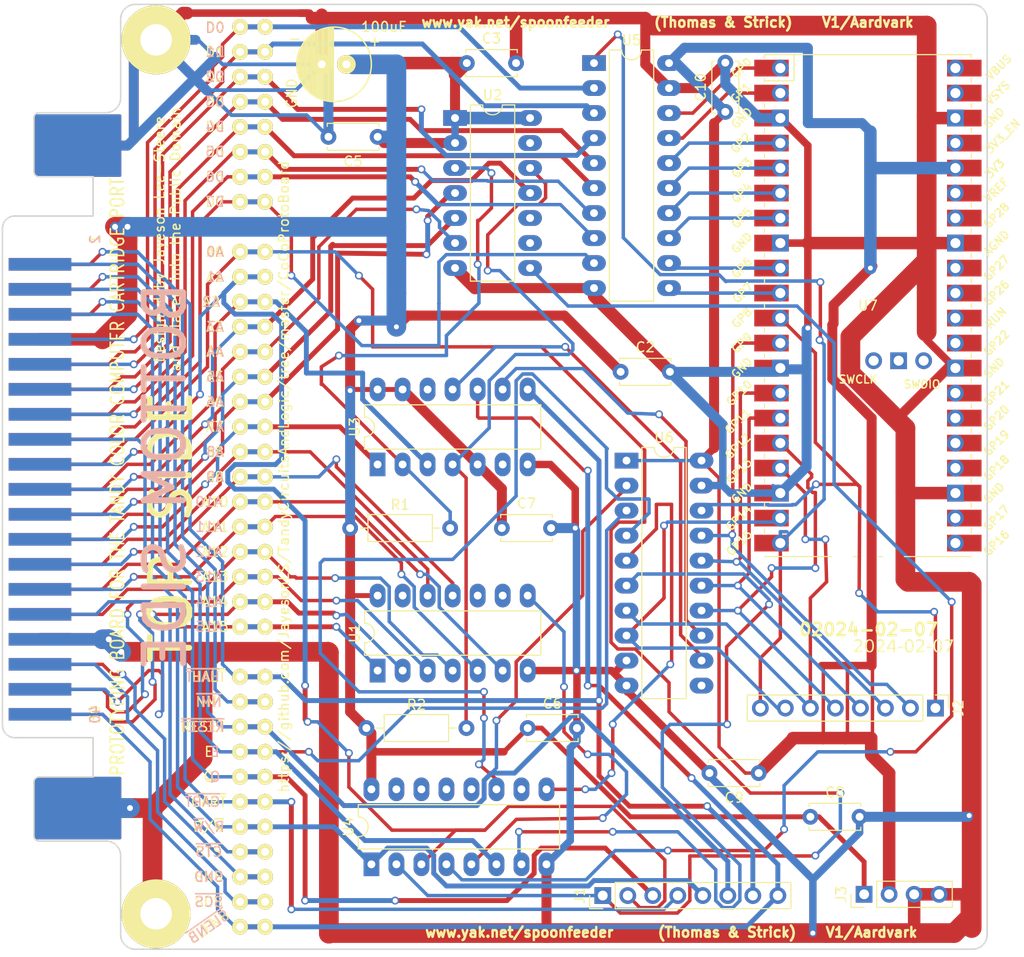
<source format=kicad_pcb>
(kicad_pcb (version 20221018) (generator pcbnew)
  (layers (0 "F.Cu" signal) (31 "B.Cu" signal) (34 "B.Paste" user) (35 "F.Paste" user) (36 "B.SilkS" user "B.Silkscreen") (37 "F.SilkS" user "F.Silkscreen") (38 "B.Mask" user) (39 "F.Mask" user) (44 "Edge.Cuts" user))
  (net 0 "")
  (net 1 "GND")
  (net 2 "+5V")
  (net 3 "/halt{slash}")
  (net 4 "/nmi{slash}")
  (net 5 "/reset{slash}")
  (net 6 "/d1")
  (net 7 "/d2")
  (net 8 "/d3")
  (net 9 "/d4")
  (net 10 "/d5")
  (net 11 "/d6")
  (net 12 "/d7")
  (net 13 "/a0")
  (net 14 "/a1")
  (net 15 "/a2")
  (net 16 "/a3")
  (net 17 "/a4")
  (net 18 "/a5")
  (net 19 "/a6")
  (net 20 "/a7")
  (net 21 "/a8")
  (net 22 "/a9")
  (net 23 "/a10")
  (net 24 "/a11")
  (net 25 "/a12")
  (net 26 "/a13")
  (net 27 "/a14")
  (net 28 "/a15")
  (net 29 "/eclk")
  (net 30 "/qclk")
  (net 31 "/cart{slash}")
  (net 32 "/r{slash}w")
  (net 33 "/cts{slash}")
  (net 34 "/snd")
  (net 35 "/scs{slash}")
  (net 36 "/slenb{slash}")
  (net 37 "/a7{slash}")
  (net 38 "/a2{slash}")
  (net 40 "/m_halt")
  (net 41 "/m_slenb")
  (net 43 "/g2a{slash}")
  (net 44 "/g2b{slash}")
  (net 45 "/y_rd")
  (net 46 "/y_wd")
  (net 48 "/y_wc")
  (net 51 "/g_dir")
  (net 52 "/d0")
  (net 53 "/g7")
  (net 54 "/g6")
  (net 55 "/g5")
  (net 56 "/g4")
  (net 57 "/g3")
  (net 58 "/g2")
  (net 59 "/g1")
  (net 60 "/g0")
  (net 61 "+3V3")
  (net 62 "/g_halt")
  (net 63 "/g_slenb")
  (net 65 "/g_rd")
  (net 66 "/g_wd")
  (net 67 "/g_wc")
  (net 68 "/g_eclk")
  (net 69 "/g_reset{slash}")
  (net 75 "/g22")
  (net 76 "/g21")
  (net 77 "/g20")
  (net 78 "/g19")
  (net 79 "/g18")
  (net 80 "/g17")
  (net 81 "/g16")
  (net 82 "/g26")
  (net 83 "/g27")
  (net 84 "/g28")
  (net 85 "/y1")
  (net 86 "/y0")
  (footprint "0Titanium:CocoCardEdgeCocoMIDI" (layer "F.Cu") (at 91.44 104.14)
    (fp_text reference "P1" hide)
    (fp_text value "CocoEdgeConnector" hide)
  )
  (footprint "Connect:1pin" (layer "F.Cu") (at 107.04 148.54)
    (fp_text reference "aREF**" hide)
    (fp_text value "1pin" hide)
  )
  (footprint "Housings_DIP:DIP-16_W7.62mm" (layer "F.Cu") (at 115.57 58.42)
    (fp_text reference "P2" hide)
    (fp_text value "Coco Data" hide)
  )
  (footprint "Housings_DIP:DIP-22_W10.16mm" (layer "F.Cu") (at 115.57 124.46)
    (fp_text reference "P4" hide)
    (fp_text value "Coco Signals" hide)
  )
  (footprint "Housings_DIP:DIP-32_W15.24mm" (layer "F.Cu") (at 115.57 81.28)
    (fp_text reference "P3" hide)
    (fp_text value "Coco Address" hide)
  )
  (footprint "Capacitors_ThroughHole:C_Radial_D7.5_L11.2_P2.5" (layer "F.Cu") (at 126.365 62.23 180)
    (fp_text reference "C1" hide)
    (fp_text value "100uF")
  )
  (footprint "Connect:1pin" (layer "F.Cu") (at 107.04 59.74)
    (fp_text reference "bREF**" hide)
    (fp_text value "1pin" hide)
  )
  (footprint "Capacitor_THT:C_Disc_D5.0mm_W2.5mm_P5.00mm" (layer "F.Cu") (at 138.597 62.103)
    (fp_text reference "C3")
    (fp_text value "C")
  )
  (footprint "00_RPi:RPi_PicoW_SMD_TH" (layer "F.Cu") (at 179.324 86.741)
    (fp_text reference "U7")
    (fp_text value "PicoW")
  )
  (footprint "Package_DIP:DIP-20_W7.62mm_LongPads" (layer "F.Cu") (at 154.813 102.489)
    (fp_text reference "U6")
    (fp_text value "74LS245")
  )
  (footprint "Connector_PinHeader_2.54mm:PinHeader_1x08_P2.54mm_Vertical" (layer "F.Cu") (at 186.182 127.635 -90)
    (fp_text reference "J2")
    (fp_text value "Conn_01x08_Pin")
  )
  (footprint "Capacitor_THT:C_Disc_D5.0mm_W2.5mm_P5.00mm" (layer "F.Cu") (at 144.78 129.667)
    (fp_text reference "C6")
    (fp_text value "C")
  )
  (footprint "Connector_PinHeader_2.54mm:PinHeader_1x08_P2.54mm_Vertical" (layer "F.Cu") (at 152.4 146.685 90)
    (fp_text reference "J1")
    (fp_text value "Conn_01x08_Pin")
  )
  (footprint "Resistor_THT:R_Axial_DIN0207_L6.3mm_D2.5mm_P10.16mm_Horizontal" (layer "F.Cu") (at 126.746 109.347)
    (fp_text reference "R1")
    (fp_text value "R")
  )
  (footprint "Capacitor_THT:C_Disc_D5.0mm_W2.5mm_P5.00mm" (layer "F.Cu") (at 129.54 69.596 180)
    (fp_text reference "C5")
    (fp_text value "C")
  )
  (footprint "Package_DIP:DIP-14_W7.62mm_LongPads" (layer "F.Cu") (at 129.535 102.885 90)
    (fp_text reference "U3")
    (fp_text value "74LS06")
  )
  (footprint "Capacitor_THT:C_Disc_D5.0mm_W2.5mm_P5.00mm" (layer "F.Cu") (at 173.482 138.684)
    (fp_text reference "C8")
    (fp_text value "C")
  )
  (footprint "Resistor_THT:R_Axial_DIN0207_L6.3mm_D2.5mm_P10.16mm_Horizontal" (layer "F.Cu") (at 128.397 129.667)
    (fp_text reference "R2")
    (fp_text value "R")
  )
  (footprint "Connector_PinHeader_2.54mm:PinHeader_1x04_P2.54mm_Vertical" (layer "F.Cu") (at 178.943 146.558 90)
    (fp_text reference "J3")
    (fp_text value "Conn_01x04_Pin")
  )
  (footprint "Capacitor_THT:C_Disc_D5.0mm_W2.5mm_P5.00mm" (layer "F.Cu") (at 164.846 67.056 90)
    (fp_text reference "C10")
    (fp_text value "C")
  )
  (footprint "Package_DIP:DIP-14_W7.62mm_LongPads" (layer "F.Cu") (at 129.54 123.825 90)
    (fp_text reference "U1")
    (fp_text value "74LS30")
  )
  (footprint "Capacitor_THT:C_Disc_D5.0mm_W2.5mm_P5.00mm" (layer "F.Cu") (at 142.153 109.347)
    (fp_text reference "C7")
    (fp_text value "C")
  )
  (footprint "Capacitor_THT:C_Disc_D5.0mm_W2.5mm_P5.00mm" (layer "F.Cu") (at 168.235 134.239 180)
    (fp_text reference "C9")
    (fp_text value "C")
  )
  (footprint "Package_DIP:DIP-14_W7.62mm_LongPads" (layer "F.Cu") (at 137.399 67.686)
    (fp_text reference "U2")
    (fp_text value "74LS30")
  )
  (footprint "Package_DIP:DIP-20_W7.62mm_LongPads" (layer "F.Cu") (at 151.511 62.103)
    (fp_text reference "U5")
    (fp_text value "74LS245")
  )
  (footprint "Capacitor_THT:C_Disc_D5.0mm_W2.5mm_P5.00mm" (layer "F.Cu") (at 154.218 93.472)
    (fp_text reference "C2")
    (fp_text value "C")
  )
  (footprint "Package_DIP:DIP-16_W7.62mm_LongPads" (layer "F.Cu") (at 128.905 143.51 90)
    (fp_text reference "U4")
    (fp_text value "74LS138")
  )
  (gr_line (start 100.64 130.64) (end 100.64 134.64) (stroke (width 0.15)) (layer "Edge.Cuts"))
  (gr_line (start 100.64 77.64) (end 100.64 73.64) (stroke (width 0.15)) (layer "Edge.Cuts"))
  (gr_arc (start 94.64 67.64) (mid 94.786447 67.286447) (end 95.14 67.14) (stroke (width 0.15)) (layer "Edge.Cuts"))
  (gr_arc (start 191.44 150.64) (mid 191.00066 151.70066) (end 189.94 152.14) (stroke (width 0.15)) (layer "Edge.Cuts"))
  (gr_arc (start 92.69 130.64) (mid 91.806117 130.273883) (end 91.44 129.39) (stroke (width 0.15)) (layer "Edge.Cuts"))
  (gr_line (start 104.94 152.14) (end 187.94 152.14) (stroke (width 0.15)) (layer "Edge.Cuts"))
  (gr_line (start 95.14 73.64) (end 100.64 73.64) (stroke (width 0.15)) (layer "Edge.Cuts"))
  (gr_line (start 187.94 56.14) (end 104.94 56.14) (stroke (width 0.15)) (layer "Edge.Cuts"))
  (gr_arc (start 94.64 135.14) (mid 94.786447 134.786447) (end 95.14 134.64) (stroke (width 0.15)) (layer "Edge.Cuts"))
  (gr_arc (start 103.44 65.64) (mid 103.00066 66.70066) (end 101.94 67.14) (stroke (width 0.15)) (layer "Edge.Cuts"))
  (gr_line (start 94.64 135.14) (end 94.64 140.64) (stroke (width 0.15)) (layer "Edge.Cuts"))
  (gr_line (start 95.14 141.14) (end 101.94 141.14) (stroke (width 0.15)) (layer "Edge.Cuts"))
  (gr_line (start 191.44 150.64) (end 191.44 57.64) (stroke (width 0.15)) (layer "Edge.Cuts"))
  (gr_arc (start 189.94 56.14) (mid 191.00066 56.57934) (end 191.44 57.64) (stroke (width 0.15)) (layer "Edge.Cuts"))
  (gr_line (start 91.44 78.89) (end 91.44 79.14) (stroke (width 0.15)) (layer "Edge.Cuts"))
  (gr_arc (start 104.94 152.14) (mid 103.87934 151.70066) (end 103.44 150.64) (stroke (width 0.15)) (layer "Edge.Cuts"))
  (gr_line (start 93.44 77.64) (end 100.64 77.64) (stroke (width 0.15)) (layer "Edge.Cuts"))
  (gr_line (start 93.44 130.64) (end 100.64 130.64) (stroke (width 0.15)) (layer "Edge.Cuts"))
  (gr_line (start 103.44 142.64) (end 103.44 150.64) (stroke (width 0.15)) (layer "Edge.Cuts"))
  (gr_line (start 94.64 67.64) (end 94.64 73.14) (stroke (width 0.15)) (layer "Edge.Cuts"))
  (gr_line (start 92.69 130.64) (end 93.44 130.64) (stroke (width 0.15)) (layer "Edge.Cuts"))
  (gr_arc (start 91.44 78.89) (mid 91.806117 78.006117) (end 92.69 77.64) (stroke (width 0.15)) (layer "Edge.Cuts"))
  (gr_line (start 189.94 56.14) (end 187.94 56.14) (stroke (width 0.15)) (layer "Edge.Cuts"))
  (gr_line (start 95.14 134.64) (end 100.64 134.64) (stroke (width 0.15)) (layer "Edge.Cuts"))
  (gr_arc (start 95.14 73.64) (mid 94.786447 73.493553) (end 94.64 73.14) (stroke (width 0.15)) (layer "Edge.Cuts"))
  (gr_line (start 91.44 79.14) (end 91.44 129.14) (stroke (width 0.15)) (layer "Edge.Cuts"))
  (gr_line (start 91.44 129.39) (end 91.44 129.14) (stroke (width 0.15)) (layer "Edge.Cuts"))
  (gr_arc (start 95.14 141.14) (mid 94.786447 140.993553) (end 94.64 140.64) (stroke (width 0.15)) (layer "Edge.Cuts"))
  (gr_line (start 103.44 57.64) (end 103.44 65.64) (stroke (width 0.15)) (layer "Edge.Cuts"))
  (gr_line (start 92.69 77.64) (end 93.44 77.64) (stroke (width 0.15)) (layer "Edge.Cuts"))
  (gr_arc (start 103.44 57.64) (mid 103.87934 56.57934) (end 104.94 56.14) (stroke (width 0.15)) (layer "Edge.Cuts"))
  (gr_line (start 187.94 152.14) (end 189.94 152.14) (stroke (width 0.15)) (layer "Edge.Cuts"))
  (gr_arc (start 101.94 141.14) (mid 103.00066 141.57934) (end 103.44 142.64) (stroke (width 0.15)) (layer "Edge.Cuts"))
  (gr_line (start 95.14 67.14) (end 101.94 67.14) (stroke (width 0.15)) (layer "Edge.Cuts"))
  (gr_text "~{SLENB}" (at 112.395 149.86 35) (layer "B.SilkS") (effects (font (size 1 1)) (justify mirror)))
  (gr_text "~{SCS}" (at 112.395 147.32) (layer "B.SilkS") (effects (font (size 1 1)) (justify mirror)))
  (gr_text "SND" (at 112.395 144.78) (layer "B.SilkS") (effects (font (size 1 1)) (justify mirror)))
  (gr_text "~{CTS}" (at 112.395 142.24) (layer "B.SilkS") (effects (font (size 1 1)) (justify mirror)))
  (gr_text "R/~{W}" (at 112.395 139.7) (layer "B.SilkS") (effects (font (size 1 1)) (justify mirror)))
  (gr_text "~{CART}" (at 111.76 137.16) (layer "B.SilkS") (effects (font (size 1 1)) (justify mirror)))
  (gr_text "Q" (at 113.03 134.62) (layer "B.SilkS") (effects (font (size 1 1)) (justify mirror)))
  (gr_text "E" (at 113.03 132.08) (layer "B.SilkS") (effects (font (size 1 1)) (justify mirror)))
  (gr_text "~{RESET}" (at 111.76 129.54) (layer "B.SilkS") (effects (font (size 1 1)) (justify mirror)))
  (gr_text "~{NMI}" (at 112.395 127) (layer "B.SilkS") (effects (font (size 1 1)) (justify mirror)))
  (gr_text "~{HALT}" (at 111.76 124.46) (layer "B.SilkS") (effects (font (size 1 1)) (justify mirror)))
  (gr_text "A15" (at 112.395 119.38) (layer "B.SilkS") (effects (font (size 1 1)) (justify mirror)))
  (gr_text "A14" (at 112.395 116.84) (layer "B.SilkS") (effects (font (size 1 1)) (justify mirror)))
  (gr_text "A13" (at 112.395 114.3) (layer "B.SilkS") (effects (font (size 1 1)) (justify mirror)))
  (gr_text "A12" (at 112.395 111.76) (layer "B.SilkS") (effects (font (size 1 1)) (justify mirror)))
  (gr_text "A11" (at 112.395 109.22) (layer "B.SilkS") (effects (font (size 1 1)) (justify mirror)))
  (gr_text "A10" (at 112.395 106.68) (layer "B.SilkS") (effects (font (size 1 1)) (justify mirror)))
  (gr_text "A9" (at 113.03 104.14) (layer "B.SilkS") (effects (font (size 1 1)) (justify mirror)))
  (gr_text "A8" (at 113.03 101.6) (layer "B.SilkS") (effects (font (size 1 1)) (justify mirror)))
  (gr_text "A7" (at 113.03 99.06) (layer "B.SilkS") (effects (font (size 1 1)) (justify mirror)))
  (gr_text "A6" (at 113.03 96.52) (layer "B.SilkS") (effects (font (size 1 1)) (justify mirror)))
  (gr_text "A5" (at 113.03 93.98) (layer "B.SilkS") (effects (font (size 1 1)) (justify mirror)))
  (gr_text "A4" (at 113.03 91.44) (layer "B.SilkS") (effects (font (size 1 1)) (justify mirror)))
  (gr_text "A3" (at 113.03 88.9) (layer "B.SilkS") (effects (font (size 1 1)) (justify mirror)))
  (gr_text "A2" (at 112.629 86.36) (layer "B.SilkS") (effects (font (size 1 1)) (justify mirror)))
  (gr_text "A1" (at 113.03 83.82) (layer "B.SilkS") (effects (font (size 1 1)) (justify mirror)))
  (gr_text "A0" (at 113.03 81.28) (layer "B.SilkS") (effects (font (size 1 1)) (justify mirror)))
  (gr_text "D7" (at 113.03 76.2) (layer "B.SilkS") (effects (font (size 1 1)) (justify mirror)))
  (gr_text "D5" (at 113.03 71.12) (layer "B.SilkS") (effects (font (size 1 1)) (justify mirror)))
  (gr_text "D4" (at 113.03 68.58) (layer "B.SilkS") (effects (font (size 1 1)) (justify mirror)))
  (gr_text "D3" (at 113.03 66.04) (layer "B.SilkS") (effects (font (size 1 1)) (justify mirror)))
  (gr_text "D2" (at 113.03 63.5) (layer "B.SilkS") (effects (font (size 1 1)) (justify mirror)))
  (gr_text "D1" (at 113.03 60.96) (layer "B.SilkS") (effects (font (size 1 1)) (justify mirror)))
  (gr_text "D0" (at 113.03 58.42 180) (layer "B.SilkS") (effects (font (size 1 1)) (justify mirror)))
  (gr_text "D6" (at 113.03 73.66) (layer "B.SilkS") (effects (font (size 1 1)) (justify mirror)))
  (gr_text "BOTTOM SIDE" (at 107.95 104.14 90) (layer "B.SilkS") (effects (font (size 4 4) (thickness 0.6)) (justify mirror)))
  (gr_text "A0" (at 113.03 81.28) (layer "F.SilkS") (effects (font (size 1 1))))
  (gr_text "A1" (at 113.03 83.82) (layer "F.SilkS") (effects (font (size 1 1))))
  (gr_text "A2" (at 112.629 86.36) (layer "F.SilkS") (effects (font (size 1 1))))
  (gr_text "A3" (at 113.03 88.9) (layer "F.SilkS") (effects (font (size 1 1))))
  (gr_text "A4" (at 113.03 91.44) (layer "F.SilkS") (effects (font (size 1 1))))
  (gr_text "A5" (at 113.03 93.98) (layer "F.SilkS") (effects (font (size 1 1))))
  (gr_text "A6" (at 113.03 96.52) (layer "F.SilkS") (effects (font (size 1 1))))
  (gr_text "A7" (at 113.03 99.06) (layer "F.SilkS") (effects (font (size 1 1))))
  (gr_text "A8" (at 113.03 101.6) (layer "F.SilkS") (effects (font (size 1 1))))
  (gr_text "A9" (at 113.03 104.14) (layer "F.SilkS") (effects (font (size 1 1))))
  (gr_text "A10" (at 113.03 106.68) (layer "F.SilkS") (effects (font (size 1 1))))
  (gr_text "A11" (at 113.03 109.22) (layer "F.SilkS") (effects (font (size 1 1))))
  (gr_text "A12" (at 113.03 111.76) (layer "F.SilkS") (effects (font (size 1 1))))
  (gr_text "A13" (at 113.03 114.3) (layer "F.SilkS") (effects (font (size 1 1))))
  (gr_text "A14" (at 113.03 116.84) (layer "F.SilkS") (effects (font (size 1 1))))
  (gr_text "A15" (at 113.03 119.38) (layer "F.SilkS") (effects (font (size 1 1))))
  (gr_text "~{HALT}" (at 112.395 124.46) (layer "F.SilkS") (effects (font (size 1 1))))
  (gr_text "~{NMI}" (at 112.395 127) (layer "F.SilkS") (effects (font (size 1 1))))
  (gr_text "~{RESET}" (at 111.76 129.54) (layer "F.SilkS") (effects (font (size 1 1))))
  (gr_text "E" (at 112.395 132.08) (layer "F.SilkS") (effects (font (size 1 1))))
  (gr_text "Q" (at 112.395 134.62) (layer "F.SilkS") (effects (font (size 1 1))))
  (gr_text "~{CART}" (at 112.395 137.16) (layer "F.SilkS") (effects (font (size 1 1))))
  (gr_text "R/~{W}" (at 112.395 139.7) (layer "F.SilkS") (effects (font (size 1 1))))
  (gr_text "~{CTS}" (at 112.395 142.24) (layer "F.SilkS") (effects (font (size 1 1))))
  (gr_text "SND" (at 112.395 144.78) (layer "F.SilkS") (effects (font (size 1 1))))
  (gr_text "~{SCS}" (at 112.395 147.32) (layer "F.SilkS") (effects (font (size 1 1))))
  (gr_text "~{SLENB}" (at 112.395 149.86 35) (layer "F.SilkS") (effects (font (size 1 1))))
  (gr_text "D0" (at 113.03 58.42) (layer "F.SilkS") (effects (font (size 1 1))))
  (gr_text "D5" (at 113.03 71.12) (layer "F.SilkS") (effects (font (size 1 1))))
  (gr_text "D6" (at 113.03 73.66) (layer "F.SilkS") (effects (font (size 1 1))))
  (gr_text "D7" (at 113.03 76.2) (layer "F.SilkS") (effects (font (size 1 1))))
  (gr_text "D1" (at 113.03 60.96) (layer "F.SilkS") (effects (font (size 1 1))))
  (gr_text "D2" (at 113.03 63.5) (layer "F.SilkS") (effects (font (size 1 1))))
  (gr_text "D3" (at 113.03 66.04) (layer "F.SilkS") (effects (font (size 1 1))))
  (gr_text "D4" (at 113.03 68.58) (layer "F.SilkS") (effects (font (size 1 1))))
  (gr_text "https://github.com/JayesonLS/TandyCircuitsAndLogic/tree/master/CoCoProtoBoard" (at 120.015 104.14 90) (layer "F.SilkS") (effects (font (size 1 1))))
  (gr_text "TOP SIDE" (at 108.585 109.22 90) (layer "F.SilkS") (effects (font (size 4 4) (thickness 0.6))))
  (gr_text "02024-02-07" (at 172.212 120.396) (layer "F.SilkS") (effects (font (size 1.27 1.27) (thickness 0.254) bold) (justify left bottom)))
  (gr_text "+" (at 128.524 60.452) (layer "F.SilkS") (effects (font (size 1 1)) (justify left bottom)))
  (gr_text "www.yak.net/spoonfeeder      (Thomas & Strick)    V1/Aardvark" (at 133.858 58.547) (layer "F.SilkS") (effects (font (size 1 1) (thickness 0.25) bold) (justify left bottom)))
  (gr_text "-" (at 120.396 60.198) (layer "F.SilkS") (effects (font (size 1 1)) (justify left bottom)))
  (gr_text "GND" (at 121.412 66.802 90) (layer "F.SilkS") (effects (font (size 1 1)) (justify left bottom)))
  (gr_text "www.yak.net/spoonfeeder      (Thomas & Strick)    V1/Aardvark" (at 134.239 151.003) (layer "F.SilkS") (effects (font (size 1 1) (thickness 0.25) bold) (justify left bottom)))
  (gr_text "PROTOTYPING BOARD FOR THE TANDY COLOR COMPUTER CARTRIDGE PORT" (at 103.124 104.14 90) (layer "F.SilkS") (effects (font (size 1.35 1.09) (thickness 0.17))))
  (gr_text "2024-02-07" (at 177.8 122.174) (layer "F.SilkS") (effects (font (size 1.27 1.27)) (justify left bottom)))
  (gr_text "Designed by Jayeson Lee-Steere\nand placed into the Public Domain" (at 108.204 80.01 90) (layer "F.SilkS") (effects (font (size 1 1))))
  (segment (start 106.68 137.795) (end 104.775 137.795) (width 2) (layer "F.Cu") (net 1))
  (segment (start 106.68 148.18) (end 107.04 148.54) (width 2) (layer "F.Cu") (net 1))
  (segment (start 104.775 137.795) (end 99.695 137.795) (width 2) (layer "F.Cu") (net 1))
  (segment (start 110.49 121.92) (end 111.76 121.92) (width 2) (layer "F.Cu") (net 1))
  (segment (start 111.76 121.92) (end 113.03 121.92) (width 2) (layer "F.Cu") (net 1))
  (segment (start 111.76 123.19) (end 111.76 124.46) (width 2) (layer "F.Cu") (net 1))
  (segment (start 113.03 121.92) (end 111.76 123.19) (width 2) (layer "F.Cu") (net 1))
  (segment (start 110.49 121.92) (end 111.76 123.19) (width 2) (layer "F.Cu") (net 1))
  (segment (start 149.606 123.825) (end 149.733 123.825) (width 0.5) (layer "F.Cu") (net 1))
  (segment (start 170.434 80.391) (end 173.228 80.391) (width 0.762) (layer "F.Cu") (net 1))
  (segment (start 154.813 125.817) (end 163.235 134.239) (width 0.762) (layer "F.Cu") (net 1))
  (segment (start 185.293 80.391) (end 185.293 89.408) (width 2) (layer "F.Cu") (net 1))
  (segment (start 185.293 58.293) (end 157.48 58.293) (width 2) (layer "F.Cu") (net 1))
  (segment (start 122.3645 57.023) (end 122.8725 57.531) (width 0.762) (layer "F.Cu") (net 1))
  (segment (start 139.436 84.963) (end 137.399 82.926) (width 1.27) (layer "F.Cu") (net 1))
  (segment (start 101.6 120.65) (end 102.235014 120.65) (width 2) (layer "F.Cu") (net 1))
  (segment (start 188.087 150.495) (end 189.484 149.098) (width 2) (layer "F.Cu") (net 1))
  (segment (start 189.865 149.987) (end 189.865 115.062) (width 2) (layer "F.Cu") (net 1))
  (segment (start 184.023 146.558) (end 189.611 146.558) (width 1.27) (layer "F.Cu") (net 1))
  (segment (start 143.597 62.103) (end 143.597 57.618) (width 1.27) (layer "F.Cu") (net 1))
  (segment (start 139.436 84.963) (end 151.511 84.963) (width 1.016) (layer "F.Cu") (net 1))
  (segment (start 157.48 58.293) (end 156.718 57.531) (width 1.27) (layer "F.Cu") (net 1))
  (segment (start 106.68 137.795) (end 106.68 148.18) (width 2) (layer "F.Cu") (net 1))
  (segment (start 110.49 121.92) (end 103.505004 121.92) (width 2) (layer "F.Cu") (net 1))
  (segment (start 149.733 123.825) (end 153.289 123.825) (width 0.762) (layer "F.Cu") (net 1))
  (segment (start 149.78 123.999) (end 149.606 123.825) (width 0.5) (layer "F.Cu") (net 1))
  (segment (start 183.134 105.791) (end 183.134 99.187) (width 2) (layer "F.Cu") (net 1))
  (segment (start 151.511 84.963) (end 151.511 85.765) (width 0.35) (layer "F.Cu") (net 1))
  (segment (start 153.289 123.825) (end 153.3525 123.8885) (width 0.5) (layer "F.Cu") (net 1))
  (segment (start 124.6505 150.495) (end 146.685 150.495) (width 2) (layer "F.Cu") (net 1))
  (segment (start 185.293 67.437) (end 185.293 80.391) (width 2) (layer "F.Cu") (net 1))
  (segment (start 149.78 129.667) (end 149.78 123.999) (width 0.762) (layer "F.Cu") (net 1))
  (segment (start 121.666 57.023) (end 110.18999 57.023) (width 0.762) (layer "F.Cu") (net 1))
  (segment (start 111.76 124.46) (end 111.76 132.715) (width 2) (layer "F.Cu") (net 1))
  (segment (start 106.095 59.74) (end 104.775 61.06) (width 1) (layer "F.Cu") (net 1))
  (segment (start 111.76 121.92) (end 111.76 124.46) (width 2) (layer "F.Cu") (net 1))
  (segment (start 177.546 89.916) (end 185.293 82.169) (width 2) (layer "F.Cu") (net 1))
  (segment (start 189.865 115.062) (end 189.611 114.808) (width 2) (layer "F.Cu") (net 1))
  (segment (start 124.587 150.5585) (end 124.587 121.9835) (width 2) (layer "F.Cu") (net 1))
  (segment (start 146.685 150.495) (end 175.133 150.495) (width 2) (layer "F.Cu") (net 1))
  (segment (start 122.8725 57.531) (end 143.51 57.531) (width 1.27) (layer "F.Cu") (net 1))
  (segment (start 144.78 123.825) (end 149.606 123.825) (width 0.762) (layer "F.Cu") (net 1))
  (segment (start 184.023 150.495) (end 188.087 150.495) (width 2) (layer "F.Cu") (net 1))
  (segment (start 159.131 64.643) (end 162.259 64.643) (width 1.016) (layer "F.Cu") (net 1))
  (segment (start 173.228 70.485) (end 173.228 89.027) (width 0.762) (layer "F.Cu") (net 1))
  (segment (start 184.023 146.558) (end 184.023 150.495) (width 1.27) (layer "F.Cu") (net 1))
  (segment (start 156.718 62.23) (end 156.718 57.531) (width 1.016) (layer "F.Cu") (net 1))
  (segment (start 111.76 132.715) (end 106.68 137.795) (width 2) (layer "F.Cu") (net 1))
  (segment (start 183.388 114.808) (end 183.134 114.554) (width 2) (layer "F.Cu") (net 1))
  (segment (start 122.63001 57.023) (end 121.666 57.023) (width 0.762) (layer "F.Cu") (net 1))
  (segment (start 177.546 93.599) (end 177.546 89.916) (width 2) (layer "F.Cu") (net 1))
  (segment (start 182.245 98.298) (end 187.452 93.091) (width 1.016) (layer "F.Cu") (net 1))
  (segment (start 173.228 80.391) (end 185.293 80.391) (width 1.27) (layer "F.Cu") (net 1))
  (segment (start 188.214 93.091) (end 188.154002 93.091) (width 0.5) (layer "F.Cu") (net 1))
  (segment (start 144.775 102.885) (end 144.774998 102.885) (width 0.5) (layer "F.Cu") (net 1))
  (segment (start 113.03 121.92) (end 124.5235 121.92) (width 2) (layer "F.Cu") (net 1))
  (segment (start 103.505004 121.92) (end 103.505 121.920004) (width 2) (layer "F.Cu") (net 1))
  (segment (start 188.214 67.691) (end 185.547 67.691) (width 1.27) (layer "F.Cu") (net 1))
  (segment (start 121.666 57.023) (end 122.3645 57.023) (width 0.762) (layer "F.Cu") (net 1))
  (segment (start 107.04 59.74) (end 106.095 59.74) (width 1) (layer "F.Cu") (net 1))
  (segment (start 147.081 102.885) (end 149.606 105.41) (width 0.762) (layer "F.Cu") (net 1))
  (segment (start 95.25 120.65) (end 101.6 120.65) (width 1.27) (layer "F.Cu") (net 1))
  (segment (start 151.511 85.765) (end 159.218 93.472) (width 1.27) (layer "F.Cu") (net 1))
  (segment (start 104.775 61.06) (end 104.775 69.85) (width 1) (layer "F.Cu") (net 1))
  (segment (start 104.14 70.485) (end 100.33 70.485) (width 1) (layer "F.Cu") (net 1))
  (segment (start 185.547 67.691) (end 185.293 67.437) (width 0.5) (layer "F.Cu") (net 1))
  (segment (start 143.51 57.531) (end 156.718 57.531) (width 1.27) (layer "F.Cu") (net 1))
  (segment (start 154.813 122.809) (end 153.7335 123.8885) (width 0.762) (layer "F.Cu") (net 1))
  (segment (start 162.259 64.643) (end 164.846 62.056) (width 1.016) (layer "F.Cu") (net 1))
  (segment (start 109.757 57.023) (end 107.04 59.74) (width 1.27) (layer "F.Cu") (net 1))
  (segment (start 188.154 93.091) (end 185.293 90.23) (width 0.762) (layer "F.Cu") (net 1))
  (segment (start 149.606 105.41) (end 149.606 109.347002) (width 0.762) (layer "F.Cu") (net 1))
  (segment (start 110.18999 57.023) (end 109.757 57.023) (width 1.27) (layer "F.Cu") (net 1))
  (segment (start 187.452 93.091) (end 188.154002 93.091) (width 1.016) (layer "F.Cu") (net 1))
  (segment (start 173.228 89.027) (end 173.228 88.9) (width 0.762) (layer "F.Cu") (net 1))
  (segment (start 123.865 62.23) (end 123.865 57.19) (width 1.27) (layer "F.Cu") (net 1))
  (segment (start 102.235014 120.650018) (end 102.235014 120.65) (width 2) (layer "F.Cu") (net 1))
  (segment (start 185.293 58.293) (end 185.293 67.437) (width 2) (layer "F.Cu") (net 1))
  (segment (start 189.738 147.447) (end 189.738 146.431) (width 2) (layer "F.Cu") (net 1))
  (segment (start 189.611 148.971) (end 189.738 148.844) (width 2) (layer "F.Cu") (net 1))
  (segment (start 189.611 146.558) (end 189.738 146.431) (width 0.5) (layer "F.Cu") (net 1))
  (segment (start 188.214 80.391) (end 185.293 80.391) (width 1.27) (layer "F.Cu") (net 1))
  (segment (start 154.813 125.349) (end 154.813 126.111) (width 0.5) (layer "F.Cu") (net 1))
  (segment (start 188.214 93.091) (end 188.154 93.091) (width 0.5) (layer "F.Cu") (net 1))
  (segment (start 175.133 150.495) (end 184.023 150.495) (width 2) (layer "F.Cu") (net 1))
  (segment (start 146.685 143.51) (end 146.685 150.495) (width 1.016) (layer "F.Cu") (net 1))
  (segment (start 103.505 121.920004) (end 102.235014 120.650018) (width 2) (layer "F.Cu") (net 1))
  (segment (start 149.606 109.347) (end 149.606 105.664) (width 0.762) (layer "F.Cu") (net 1))
  (segment (start 124.587 150.5585) (end 124.6505 150.495) (width 2) (layer "F.Cu") (net 1))
  (segment (start 124.5235 121.92) (end 124.587 121.9835) (width 2) (layer "F.Cu") (net 1))
  (segment (start 153.3525 123.8885) (end 154.813 125.349) (width 0.762) (layer "F.Cu") (net 1))
  (segment (start 170.434 67.691) (end 173.228 70.485) (width 0.762) (layer "F.Cu") (net 1))
  (segment (start 159.131 64.643) (end 156.718 62.23) (width 1.016) (layer "F.Cu") (net 1))
  (segment (start 149.606 105.664) (end 149.606 109.347002) (width 0.5) (layer "F.Cu") (net 1))
  (segment (start 104.775 69.85) (end 104.14 70.485) (width 1) (layer "F.Cu") (net 1))
  (segment (start 154.813 125.349) (end 154.813 125.817) (width 0.5) (layer "F.Cu") (net 1))
  (segment (start 143.597 57.618) (end 143.51 57.531) (width 0.35) (layer "F.Cu") (net 1))
  (segment (start 188.214 105.791) (end 183.134 105.791) (width 1.27) (layer "F.Cu") (net 1))
  (segment (start 183.134 114.554) (end 183.134 105.791) (width 2) (layer "F.Cu") (net 1))
  (segment (start 153.7335 123.8885) (end 153.3525 123.8885) (width 0.5) (layer "F.Cu") (net 1))
  (segment (start 189.738 148.844) (end 189.738 147.447) (width 2) (layer "F.Cu") (net 1))
  (segment (start 144.774998 102.885) (end 147.081 102.885) (width 0.762) (layer "F.Cu") (net 1))
  (segment (start 183.134 99.187) (end 177.546 93.599) (width 2) (layer "F.Cu") (net 1))
  (segment (start 189.611 114.808) (end 183.388 114.808) (width 2) (layer "F.Cu") (net 1))
  (via (at 104.394 137.795) (size 1) (drill 0.6) (layers "F.Cu" "B.Cu") (net 1))
  (via (at 189.611 138.557) (size 0.8) (drill 0.5) (layers "F.Cu" "B.Cu") (net 1))
  (via (at 149.733 123.825) (size 0.8) (drill 0.5) (layers "F.Cu" "B.Cu") (net 1))
  (via (at 173.736 150.495) (size 0.8) (drill 0.5) (layers "F.Cu" "B.Cu") (net 1))
  (via (at 103.505 121.920004) (size 1) (drill 0.6) (layers "F.Cu" "B.Cu") (net 1))
  (via (at 102.235014 120.65) (size 1) (drill 0.6) (layers "F.Cu" "B.Cu") (net 1))
  (via (at 149.606 109.347) (size 0.8) (drill 0.5) (layers "F.Cu" "B.Cu") (net 1))
  (via (at 173.228 89.027) (size 0.8) (drill 0.5) (layers "F.Cu" "B.Cu") (net 1))
  (segment (start 107.04 59.74) (end 106.095 59.74) (width 1) (layer "B.Cu") (net 1))
  (segment (start 113.03 61.468) (end 113.792 62.23) (width 0.381) (layer "B.Cu") (net 1))
  (segment (start 164.845999 62.102997) (end 164.845999 62.055999) (width 0.762) (layer "B.Cu") (net 1))
  (segment (start 170.434 93.091) (end 170.434001 93.090999) (width 0.35) (layer "B.Cu") (net 1))
  (segment (start 104.775 61.06) (end 104.775 69.85) (width 1) (layer "B.Cu") (net 1))
  (segment (start 164.845999 64.261999) (end 164.845999 62.102997) (width 1.016) (layer "B.Cu") (net 1))
  (segment (start 111.302 59.74) (end 113.03 61.468) (width 0.381) (layer "B.Cu") (net 1))
  (segment (start 149.78 129.667) (end 149.78 131.017) (width 0.762) (layer "B.Cu") (net 1))
  (segment (start 189.484 138.684) (end 189.611 138.557) (width 0.5) (layer "B.Cu") (net 1))
  (segment (start 173.101 93.218) (end 170.561 93.218) (width 1.016) (layer "B.Cu") (net 1))
  (segment (start 101.6 120.65) (end 95.25 120.65) (width 1.27) (layer "B.Cu") (net 1))
  (segment (start 170.434 67.691) (end 170.434 67.644) (width 0.35) (layer "B.Cu") (net 1))
  (segment (start 112.197 64.897) (end 114.6895 67.3895) (width 0.381) (layer "B.Cu") (net 1))
  (segment (start 164.592 98.846002) (end 159.217998 93.472) (width 1.016) (layer "B.Cu") (net 1))
  (segment (start 178.482 140.288) (end 178.482 138.684) (width 0.762) (layer "B.Cu") (net 1))
  (segment (start 149.733 109.601) (end 149.606 109.474) (width 0.5) (layer "B.Cu") (net 1))
  (segment (start 124.54 69.596) (end 124.54 62.905) (width 1.016) (layer "B.Cu") (net 1))
  (segment (start 104.775 69.85) (end 110.9625 63.6625) (width 1) (layer "B.Cu") (net 1))
  (segment (start 112.197 64.897) (end 112.2445 64.8495) (width 0.381) (layer "B.Cu") (net 1))
  (segment (start 107.04 59.74) (end 111.048 59.74) (width 1) (layer "B.Cu") (net 1))
  (segment (start 104.14 70.485) (end 100.33 70.485) (width 1) (layer "B.Cu") (net 1))
  (segment (start 107.04 59.74) (end 110.9625 63.6625) (width 1) (layer "B.Cu") (net 1))
  (segment (start 149.098 131.699) (end 149.098 141.097) (width 0.762) (layer "B.Cu") (net 1))
  (segment (start 173.101 89.153998) (end 173.228 89.026998) (width 0.762) (layer "B.Cu") (net 1))
  (segment (start 124.54 62.905) (end 123.865 62.23) (width 0.35) (layer "B.Cu") (net 1))
  (segment (start 113.03 61.595) (end 113.03 61.468) (width 1) (layer "B.Cu") (net 1))
  (segment (start 173.101 93.218) (end 173.101 89.153998) (width 1.016) (layer "B.Cu") (net 1))
  (segment (start 159.218 93.472) (end 159.217998 93.472) (width 0.35) (layer "B.Cu") (net 1))
  (segment (start 112.2445 64.8495) (end 121.2455 64.8495) (width 0.381) (layer "B.Cu") (net 1))
  (segment (start 106.095 59.74) (end 104.775 61.06) (width 1) (layer "B.Cu") (net 1))
  (segment (start 164.592 105.029) (end 164.592 98.846002) (width 0.762) (layer "B.Cu") (net 1))
  (segment (start 103.505 121.920004) (end 102.235014 120.650018) (width 2) (layer "B.Cu") (net 1))
  (segment (start 168.275 67.691) (end 164.845999 64.261999) (width 1.016) (layer "B.Cu") (net 1))
  (segment (start 164.592 105.029) (end 162.433 105.029) (width 0.762) (layer "B.Cu") (net 1))
  (segment (start 163.235 134.533) (end 173.736 145.034) (width 0.762) (layer "B.Cu") (net 1))
  (segment (start 178.482 138.684) (end 189.484 138.684) (width 1.016) (layer "B.Cu") (net 1))
  (segment (start 170.561 93.218) (end 170.434 93.091) (width 0.762) (layer "B.Cu") (net 1))
  (segment (start 122.3335 67.3895) (end 124.54 69.596) (width 0.381) (layer "B.Cu") (net 1))
  (segment (start 149.733 123.825) (end 149.733 109.601) (width 0.762) (layer "B.Cu") (net 1))
  (segment (start 104.775 69.85) (end 104.14 70.485) (width 1) (layer "B.Cu") (net 1))
  (segment (start 173.101 103.124) (end 173.101 93.218) (width 1.016) (layer "B.Cu") (net 1))
  (segment (start 102.235014 120.650018) (end 102.235014 120.65) (width 2) (layer "B.Cu") (net 1))
  (segment (start 149.479 109.347) (end 147.153 109.347) (width 1.016) (layer "B.Cu") (net 1))
  (segment (start 104.394 137.795) (end 99.695 137.795) (width 2) (layer "B.Cu") (net 1))
  (segment (start 110.9625 63.6625) (end 112.197 64.897) (width 1) (layer "B.Cu") (net 1))
  (segment (start 101.6 120.65) (end 102.235014 120.65) (width 2) (layer "B.Cu") (net 1))
  (segment (start 170.053 93.472) (end 170.434001 93.090999) (width 1.016) (layer "B.Cu") (net 1))
  (segment (start 170.434 67.691) (end 170.434002 67.691) (width 0.35) (layer "B.Cu") (net 1))
  (segment (start 164.592 105.029) (end 165.354 105.791) (width 0.762) (layer "B.Cu") (net 1))
  (segment (start 173.736 145.034) (end 173.736 150.495) (width 0.762) (layer "B.Cu") (net 1))
  (segment (start 111.048 59.74) (end 111.302 59.74) (width 0.381) (layer "B.Cu") (net 1))
  (segment (start 113.792 62.23) (end 123.865 62.23) (width 0.381) (layer "B.Cu") (net 1))
  (segment (start 110.9625 63.6625) (end 113.03 61.595) (width 1) (layer "B.Cu") (net 1))
  (segment (start 170.434002 67.691) (end 168.275 67.691) (width 1.016) (layer "B.Cu") (net 1))
  (segment (start 149.098 141.097) (end 146.685 143.51) (width 0.762) (layer "B.Cu") (net 1))
  (segment (start 169.672 105.029) (end 170.434 105.791) (width 0.35) (layer "B.Cu") (net 1))
  (segment (start 149.78 131.017) (end 149.098 131.699) (width 0.762) (layer "B.Cu") (net 1))
  (segment (start 173.736 145.034) (end 178.482 140.288) (width 0.762) (layer "B.Cu") (net 1))
  (segment (start 163.235 134.239) (end 163.235 134.533) (width 0.762) (layer "B.Cu") (net 1))
  (segment (start 114.6895 67.3895) (end 122.3335 67.3895) (width 0.381) (layer "B.Cu") (net 1))
  (segment (start 149.606 109.347) (end 149.479 109.347) (width 0.5) (layer "B.Cu") (net 1))
  (segment (start 173.101 103.124) (end 170.434 105.791) (width 1.016) (layer "B.Cu") (net 1))
  (segment (start 121.2455 64.8495) (end 123.865 62.23) (width 0.381) (layer "B.Cu") (net 1))
  (segment (start 159.217998 93.472) (end 170.053 93.472) (width 1.016) (layer "B.Cu") (net 1))
  (segment (start 149.606 109.474) (end 149.606 109.347) (width 0.5) (layer "B.Cu") (net 1))
  (segment (start 165.354 105.791) (end 170.434 105.791) (width 0.762) (layer "B.Cu") (net 1))
  (segment (start 164.846 62.056) (end 164.845999 62.055999) (width 0.35) (layer "B.Cu") (net 1))
  (segment (start 101.6 90.17) (end 104.14 87.63) (width 2) (layer "F.Cu") (net 2))
  (segment (start 104.14 78.74) (end 104.14 80.01) (width 2) (layer "F.Cu") (net 2))
  (segment (start 104.14 80.01) (end 104.14 87.63) (width 2) (layer "F.Cu") (net 2))
  (segment (start 137.399 63.301) (end 138.597 62.103) (width 1.27) (layer "F.Cu") (net 2))
  (segment (start 144.78 129.667) (end 142.367 132.08) (width 0.5) (layer "F.Cu") (net 2))
  (segment (start 132.588 87.757) (end 131.445 88.9) (width 1.016) (layer "F.Cu") (net 2))
  (segment (start 155.2047 138.684) (end 173.482 138.684) (width 0.5) (layer "F.Cu") (net 2))
  (segment (start 126.746 95.377) (end 126.873 95.377) (width 0.5) (layer "F.Cu") (net 2))
  (segment (start 126.492 62.103) (end 126.365 62.23) (width 1.27) (layer "F.Cu") (net 2))
  (segment (start 95.25 90.17) (end 101.6 90.17) (width 1.27) (layer "F.Cu") (net 2))
  (segment (start 130.17 70.226) (end 129.54 69.596) (width 0.5) (layer "F.Cu") (net 2))
  (segment (start 132.588 87.757) (end 148.503 87.757) (width 1.016) (layer "F.Cu") (net 2))
  (segment (start 126.746 116.205) (end 126.746 109.347) (width 1) (layer "F.Cu") (net 2))
  (segment (start 142.153 105.343) (end 142.153 109.347) (width 1.016) (layer "F.Cu") (net 2))
  (segment (start 146.1877 129.667) (end 155.2047 138.684) (width 0.5) (layer "F.Cu") (net 2))
  (segment (start 126.746 128.016) (end 126.746 116.205) (width 1.016) (layer "F.Cu") (net 2))
  (segment (start 126.746 95.25) (end 126.746 95.377) (width 0.5) (layer "F.Cu") (net 2))
  (segment (start 128.905 130.175) (end 128.397 129.667) (width 0.5) (layer "F.Cu") (net 2))
  (segment (start 128.905 132.08) (end 128.905 130.175) (width 1.016) (layer "F.Cu") (net 2))
  (segment (start 138.597 62.103) (end 126.492 62.103) (width 1.27) (layer "F.Cu") (net 2))
  (segment (start 178.943 146.558) (end 178.943 143.256) (width 0.5) (layer "F.Cu") (net 2))
  (segment (start 144.78 129.667) (end 146.1877 129.667) (width 0.5) (layer "F.Cu") (net 2))
  (segment (start 126.746 95.377) (end 126.746 89.154) (width 1.016) (layer "F.Cu") (net 2))
  (segment (start 178.943 143.256) (end 174.371 138.684) (width 0.5) (layer "F.Cu") (net 2))
  (segment (start 129.54 116.205) (end 126.746 116.205) (width 0.5) (layer "F.Cu") (net 2))
  (segment (start 104.14 78.74) (end 102.87 78.74) (width 2) (layer "F.Cu") (net 2))
  (segment (start 126.873 95.377) (end 126.746 95.25) (width 0.5) (layer "F.Cu") (net 2))
  (segment (start 126.746 89.154) (end 127.635 88.265) (width 1.016) (layer "F.Cu") (net 2))
  (segment (start 102.87 78.74) (end 104.14 80.01) (width 2) (layer "F.Cu") (net 2))
  (segment (start 148.503 87.757) (end 154.218 93.472) (width 1.016) (layer "F.Cu") (net 2))
  (segment (start 126.761 95.265) (end 126.746 95.25) (width 0.5) (layer "F.Cu") (net 2))
  (segment (start 137.399 70.226) (end 130.17 70.226) (width 1.016) (layer "F.Cu") (net 2))
  (segment (start 132.075 95.265) (end 126.761 95.265) (width 0.5) (layer "F.Cu") (net 2))
  (segment (start 142.367 132.08) (end 128.905 132.08) (width 0.762) (layer "F.Cu") (net 2))
  (segment (start 137.399 67.686) (end 137.399 63.301) (width 1.016) (layer "F.Cu") (net 2))
  (segment (start 128.905 135.89) (end 128.905 132.08) (width 1.016) (layer "F.Cu") (net 2))
  (segment (start 174.371 138.684) (end 173.482 138.684) (width 0.5) (layer "F.Cu") (net 2))
  (segment (start 128.397 129.667) (end 126.746 128.016) (width 1.016) (layer "F.Cu") (net 2))
  (segment (start 132.075 95.265) (end 142.153 105.343) (width 1.016) (layer "F.Cu") (net 2))
  (via (at 102.87 78.74) (size 1) (drill 0.6) (layers "F.Cu" "B.Cu") (net 2))
  (via (at 131.445 88.9) (size 0.8) (drill 0.5) (layers "F.Cu" "B.Cu") (net 2))
  (via (at 126.746 95.377) (size 0.8) (drill 0.5) (layers "F.Cu" "B.Cu") (net 2))
  (via (at 104.14 78.74) (size 1) (drill 0.6) (layers "F.Cu" "B.Cu") (net 2))
  (via (at 127.635 88.265) (size 0.8) (drill 0.5) (layers "F.Cu" "B.Cu") (net 2))
  (segment (start 104.14 78.74) (end 131.445 78.74) (width 2) (layer "B.Cu") (net 2))
  (segment (start 130.81 88.265) (end 131.445 88.9) (width 1.016) (layer "B.Cu") (net 2))
  (segment (start 129.54 69.596) (end 131.445 69.596) (width 1.27) (layer "B.Cu") (net 2))
  (segment (start 131.445 69.596) (end 131.445 62.23) (width 2) (layer "B.Cu") (net 2))
  (segment (start 127.635 88.265) (end 130.81 88.265) (width 1.016) (layer "B.Cu") (net 2))
  (segment (start 131.445 88.9) (end 131.445 85.471) (width 2) (layer "B.Cu") (net 2))
  (segment (start 126.746 95.377) (end 126.746 109.347) (width 1.016) (layer "B.Cu") (net 2))
  (segment (start 137.399 67.686) (end 137.399 70.226) (width 0.762) (layer "B.Cu") (net 2))
  (segment (start 131.445 85.471) (end 131.445 69.596) (width 2) (layer "B.Cu") (net 2))
  (segment (start 131.445 62.23) (end 127 62.23) (width 2) (layer "B.Cu") (net 2))
  (segment (start 145.019 67.686) (end 137.399 67.686) (width 1.27) (layer "B.Cu") (net 2))
  (segment (start 115.57 124.46) (end 118.11 124.46) (width 0.5) (layer "F.Cu") (net 3))
  (segment (start 152.019 134.50835) (end 155.116547 137.605897) (width 0.5) (layer "F.Cu") (net 3))
  (segment (start 155.116547 137.605897) (end 163.003103 137.605897) (width 0.5) (layer "F.Cu") (net 3))
  (segment (start 95.25 82.55) (end 100.33 82.55) (width 0.35) (layer "F.Cu") (net 3))
  (segment (start 100.33 82.55) (end 101.6 81.28) (width 0.35) (layer "F.Cu") (net 3))
  (segment (start 152.019 126.873) (end 152.019 134.50835) (width 0.5) (layer "F.Cu") (net 3))
  (via (at 152.019 126.873) (size 0.8) (drill 0.5) (layers "F.Cu" "B.Cu") (net 3))
  (via (at 101.6 81.28) (size 0.8) (drill 0.5) (layers "F.Cu" "B.Cu") (net 3))
  (via (at 163.003103 137.605897) (size 0.8) (drill 0.5) (layers "F.Cu" "B.Cu") (net 3))
  (segment (start 115.57 124.46) (end 118.11 124.46) (width 0.5) (layer "B.Cu") (net 3))
  (segment (start 113.792 112.776) (end 113.792 123.19) (width 0.35) (layer "B.Cu") (net 3))
  (segment (start 152.019 126.873) (end 152.019 102.509) (width 0.5) (layer "B.Cu") (net 3))
  (segment (start 118.11 124.46) (end 119.798 124.46) (width 0.5) (layer "B.Cu") (net 3))
  (segment (start 119.798 124.46) (end 122.211 126.873) (width 0.5) (layer "B.Cu") (net 3))
  (segment (start 167.64 146.685) (end 167.64 142.242794) (width 0.5) (layer "B.Cu") (net 3))
  (segment (start 110.49 109.474) (end 113.792 112.776) (width 0.35) (layer "B.Cu") (net 3))
  (segment (start 167.64 142.242794) (end 163.003103 137.605897) (width 0.5) (layer "B.Cu") (net 3))
  (segment (start 113.792 123.19) (end 115.062 124.46) (width 0.35) (layer "B.Cu") (net 3))
  (segment (start 110.49 86.614) (end 110.49 109.474) (width 0.35) (layer "B.Cu") (net 3))
  (segment (start 101.6 81.28) (end 105.156 81.28) (width 0.35) (layer "B.Cu") (net 3))
  (segment (start 122.211 126.873) (end 152.019 126.873) (width 0.5) (layer "B.Cu") (net 3))
  (segment (start 105.156 81.28) (end 110.49 86.614) (width 0.35) (layer "B.Cu") (net 3))
  (segment (start 152.019 102.509) (end 144.775 95.265) (width 0.5) (layer "B.Cu") (net 3))
  (segment (start 115.57 127) (end 118.11 127) (width 0.5) (layer "F.Cu") (net 4))
  (segment (start 115.57 127) (end 118.11 127) (width 0.5) (layer "B.Cu") (net 4))
  (segment (start 95.25 82.55) (end 105.156 82.55) (width 0.35) (layer "B.Cu") (net 4))
  (segment (start 109.728 110.236) (end 113.03 113.538) (width 0.35) (layer "B.Cu") (net 4))
  (segment (start 109.728 87.122) (end 109.728 110.236) (width 0.35) (layer "B.Cu") (net 4))
  (segment (start 114.3 127) (end 115.57 127) (width 0.35) (layer "B.Cu") (net 4))
  (segment (start 105.156 82.55) (end 109.728 87.122) (width 0.35) (layer "B.Cu") (net 4))
  (segment (start 113.03 113.538) (end 113.03 125.73) (width 0.35) (layer "B.Cu") (net 4))
  (segment (start 113.03 125.73) (end 114.3 127) (width 0.35) (layer "B.Cu") (net 4))
  (segment (start 100.33 85.09) (end 101.6 83.82) (width 0.35) (layer "F.Cu") (net 5))
  (segment (start 115.57 129.54) (end 118.11 129.54) (width 0.5) (layer "F.Cu") (net 5))
  (segment (start 141.605 128.892) (end 141.605 128.905) (width 0.35) (layer "F.Cu") (net 5))
  (segment (start 143.605 122.938299) (end 143.605 126.892) (width 0.35) (layer "F.Cu") (net 5))
  (segment (start 154.813 105.029) (end 154.813 105.236016) (width 0.35) (layer "F.Cu") (net 5))
  (segment (start 150.368 109.681016) (end 150.368 116.175299) (width 0.35) (layer "F.Cu") (net 5))
  (segment (start 141.592 128.905) (end 141.605 128.892) (width 0.35) (layer "F.Cu") (net 5))
  (segment (start 141.605 128.905) (end 141.592 128.905) (width 0.35) (layer "F.Cu") (net 5))
  (segment (start 95.25 85.09) (end 100.33 85.09) (width 0.35) (layer "F.Cu") (net 5))
  (segment (start 143.605 126.892) (end 141.605 128.892) (width 0.35) (layer "F.Cu") (net 5))
  (segment (start 150.368 116.175299) (end 143.605 122.938299) (width 0.35) (layer "F.Cu") (net 5))
  (segment (start 154.813 105.236016) (end 150.368 109.681016) (width 0.35) (layer "F.Cu") (net 5))
  (via (at 141.605 128.905) (size 0.8) (drill 0.5) (layers "F.Cu" "B.Cu") (net 5))
  (via (at 101.6 83.82) (size 0.8) (drill 0.5) (layers "F.Cu" "B.Cu") (net 5))
  (segment (start 115.57 129.54) (end 118.11 129.54) (width 0.5) (layer "B.Cu") (net 5))
  (segment (start 165.1 143.219233) (end 165.1 146.685) (width 0.5) (layer "B.Cu") (net 5))
  (segment (start 108.966 87.63) (end 108.966 110.998) (width 0.35) (layer "B.Cu") (net 5))
  (segment (start 118.11 129.54) (end 126.11 137.54) (width 0.5) (layer "B.Cu") (net 5))
  (segment (start 108.966 110.998) (end 112.268 114.3) (width 0.35) (layer "B.Cu") (net 5))
  (segment (start 143.439233 134.24) (end 149.262233 128.417) (width 0.5) (layer "B.Cu") (net 5))
  (segment (start 139.622767 137.54) (end 140.355 136.807767) (width 0.5) (layer "B.Cu") (net 5))
  (segment (start 101.6 83.82) (end 105.156 83.82) (width 0.35) (layer "B.Cu") (net 5))
  (segment (start 113.792 129.54) (end 115.57 129.54) (width 0.35) (layer "B.Cu") (net 5))
  (segment (start 140.355 134.972233) (end 141.087233 134.24) (width 0.5) (layer "B.Cu") (net 5))
  (segment (start 126.11 137.54) (end 139.622767 137.54) (width 0.5) (layer "B.Cu") (net 5))
  (segment (start 105.156 83.82) (end 108.966 87.63) (width 0.35) (layer "B.Cu") (net 5))
  (segment (start 149.262233 128.417) (end 150.297767 128.417) (width 0.5) (layer "B.Cu") (net 5))
  (segment (start 150.297767 128.417) (end 165.1 143.219233) (width 0.5) (layer "B.Cu") (net 5))
  (segment (start 141.087233 134.24) (end 143.439233 134.24) (width 0.5) (layer "B.Cu") (net 5))
  (segment (start 141.605 133.722233) (end 141.087233 134.24) (width 0.35) (layer "B.Cu") (net 5))
  (segment (start 112.268 128.016) (end 113.792 129.54) (width 0.35) (layer "B.Cu") (net 5))
  (segment (start 112.268 114.3) (end 112.268 128.016) (width 0.35) (layer "B.Cu") (net 5))
  (segment (start 140.355 136.807767) (end 140.355 134.972233) (width 0.5) (layer "B.Cu") (net 5))
  (segment (start 141.605 128.905) (end 141.605 133.722233) (width 0.35) (layer "B.Cu") (net 5))
  (segment (start 115.57 60.96) (end 118.11 60.96) (width 0.5) (layer "F.Cu") (net 6))
  (segment (start 115.57 60.96) (end 113.792 62.738) (width 0.35) (layer "F.Cu") (net 6))
  (segment (start 106.934 70.866) (end 106.934 89.408) (width 0.35) (layer "F.Cu") (net 6))
  (segment (start 106.934 89.408) (end 104.902 91.44) (width 0.35) (layer "F.Cu") (net 6))
  (segment (start 102.235 92.71) (end 95.25 92.71) (width 0.35) (layer "F.Cu") (net 6))
  (segment (start 103.505 91.44) (end 102.235 92.71) (width 0.35) (layer "F.Cu") (net 6))
  (segment (start 113.792 62.738) (end 113.792 64.008) (width 0.35) (layer "F.Cu") (net 6))
  (segment (start 113.792 64.008) (end 106.934 70.866) (width 0.35) (layer "F.Cu") (net 6))
  (segment (start 104.902 91.44) (end 103.505 91.44) (width 0.35) (layer "F.Cu") (net 6))
  (segment (start 115.57 60.96) (end 118.11 60.96) (width 0.5) (layer "B.Cu") (net 6))
  (segment (start 150.764 66.436) (end 151.511 67.183) (width 0.5) (layer "B.Cu") (net 6))
  (segment (start 134.074001 60.160001) (end 140.35 66.436) (width 0.5) (layer "B.Cu") (net 6))
  (segment (start 140.35 66.436) (end 150.764 66.436) (width 0.5) (layer "B.Cu") (net 6))
  (segment (start 118.909999 60.160001) (end 134.074001 60.160001) (width 0.5) (layer "B.Cu") (net 6))
  (segment (start 118.11 60.96) (end 118.909999 60.160001) (width 0.5) (layer "B.Cu") (net 6))
  (segment (start 115.57 63.5) (end 118.11 63.5) (width 0.5) (layer "F.Cu") (net 7))
  (segment (start 104.775 92.71) (end 104.9655 92.71) (width 0.35) (layer "F.Cu") (net 7))
  (segment (start 104.9655 92.71) (end 107.696 89.9795) (width 0.35) (layer "F.Cu") (net 7))
  (segment (start 107.696 89.9795) (end 107.696 71.374) (width 0.35) (layer "F.Cu") (net 7))
  (segment (start 107.696 71.374) (end 115.57 63.5) (width 0.35) (layer "F.Cu") (net 7))
  (segment (start 121.539 66.802) (end 133.985 66.802) (width 0.5) (layer "F.Cu") (net 7))
  (segment (start 118.11 63.5) (end 121.412 66.802) (width 0.5) (layer "F.Cu") (net 7))
  (segment (start 121.412 66.802) (end 121.539 66.802) (width 0.5) (layer "F.Cu") (net 7))
  (via (at 133.985 66.802) (size 0.8) (drill 0.5) (layers "F.Cu" "B.Cu") (net 7))
  (via (at 104.775 92.71) (size 0.8) (drill 0.5) (layers "F.Cu" "B.Cu") (net 7))
  (segment (start 115.57 63.5) (end 118.11 63.5) (width 0.5) (layer "B.Cu") (net 7))
  (segment (start 133.985 68.979767) (end 133.985 66.802) (width 0.5) (layer "B.Cu") (net 7))
  (segment (start 149.758 71.476) (end 136.481233 71.476) (width 0.5) (layer "B.Cu") (net 7))
  (segment (start 95.25 92.71) (end 104.775 92.71) (width 0.35) (layer "B.Cu") (net 7))
  (segment (start 151.511 69.723) (end 149.758 71.476) (width 0.5) (layer "B.Cu") (net 7))
  (segment (start 136.481233 71.476) (end 133.985 68.979767) (width 0.5) (layer "B.Cu") (net 7))
  (segment (start 115.57 66.04) (end 118.11 66.04) (width 0.5) (layer "F.Cu") (net 8))
  (segment (start 119.888 67.818) (end 132.842 67.818) (width 0.5) (layer "F.Cu") (net 8))
  (segment (start 148.209 68.961) (end 151.511 72.263) (width 0.5) (layer "F.Cu") (net 8))
  (segment (start 104.902 93.98) (end 108.458 90.424) (width 0.35) (layer "F.Cu") (net 8))
  (segment (start 133.985 68.961) (end 148.209 68.961) (width 0.5) (layer "F.Cu") (net 8))
  (segment (start 118.11 66.04) (end 119.888 67.818) (width 0.5) (layer "F.Cu") (net 8))
  (segment (start 95.25 95.25) (end 102.235 95.25) (width 0.35) (layer "F.Cu") (net 8))
  (segment (start 103.505 93.98) (end 104.902 93.98) (width 0.35) (layer "F.Cu") (net 8))
  (segment (start 102.235 95.25) (end 103.505 93.98) (width 0.35) (layer "F.Cu") (net 8))
  (segment (start 132.842 67.818) (end 133.985 68.961) (width 0.5) (layer "F.Cu") (net 8))
  (segment (start 108.458 73.152) (end 115.57 66.04) (width 0.35) (layer "F.Cu") (net 8))
  (segment (start 108.458 90.424) (end 108.458 73.152) (width 0.35) (layer "F.Cu") (net 8))
  (segment (start 115.57 66.04) (end 118.11 66.04) (width 0.5) (layer "B.Cu") (net 8))
  (segment (start 115.57 68.58) (end 118.11 68.58) (width 0.5) (layer "F.Cu") (net 9))
  (segment (start 104.775 95.25) (end 109.22 90.805) (width 0.35) (layer "F.Cu") (net 9))
  (segment (start 118.11 68.58) (end 121.046 71.516) (width 0.5) (layer "F.Cu") (net 9))
  (segment (start 121.046 71.516) (end 148.224 71.516) (width 0.5) (layer "F.Cu") (net 9))
  (segment (start 109.22 74.93) (end 115.57 68.58) (width 0.35) (layer "F.Cu") (net 9))
  (segment (start 148.224 71.516) (end 151.511 74.803) (width 0.5) (layer "F.Cu") (net 9))
  (segment (start 109.22 90.805) (end 109.22 74.93) (width 0.35) (layer "F.Cu") (net 9))
  (via (at 104.775 95.25) (size 0.8) (drill 0.5) (layers "F.Cu" "B.Cu") (net 9))
  (segment (start 115.57 68.58) (end 118.11 68.58) (width 0.5) (layer "B.Cu") (net 9))
  (segment (start 95.25 95.25) (end 104.775 95.25) (width 0.35) (layer "B.Cu") (net 9))
  (segment (start 115.57 71.12) (end 118.11 71.12) (width 0.5) (layer "F.Cu") (net 10))
  (segment (start 103.505 96.52) (end 104.902 96.52) (width 0.35) (layer "F.Cu") (net 10))
  (segment (start 102.235 97.79) (end 103.505 96.52) (width 0.35) (layer "F.Cu") (net 10))
  (segment (start 109.982 76.073) (end 114.935 71.12) (width 0.35) (layer "F.Cu") (net 10))
  (segment (start 118.11 71.12) (end 119.888 72.898) (width 0.5) (layer "F.Cu") (net 10))
  (segment (start 95.25 97.79) (end 102.235 97.79) (width 0.35) (layer "F.Cu") (net 10))
  (segment (start 109.982 91.44) (end 109.982 76.073) (width 0.35) (layer "F.Cu") (net 10))
  (segment (start 104.902 96.52) (end 109.982 91.44) (width 0.35) (layer "F.Cu") (net 10))
  (segment (start 119.888 72.898) (end 133.985 72.898) (width 0.5) (layer "F.Cu") (net 10))
  (via (at 133.985 72.898) (size 0.8) (drill 0.5) (layers "F.Cu" "B.Cu") (net 10))
  (segment (start 115.57 71.12) (end 118.11 71.12) (width 0.5) (layer "B.Cu") (net 10))
  (segment (start 151.111 77.343) (end 147.872001 74.104001) (width 0.35) (layer "B.Cu") (net 10))
  (segment (start 135.128 74.041) (end 133.985 72.898) (width 0.35) (layer "B.Cu") (net 10))
  (segment (start 140.755272 74.104001) (end 140.692271 74.041) (width 0.35) (layer "B.Cu") (net 10))
  (segment (start 147.872001 74.104001) (end 140.755272 74.104001) (width 0.35) (layer "B.Cu") (net 10))
  (segment (start 151.511 77.343) (end 151.111 77.343) (width 0.35) (layer "B.Cu") (net 10))
  (segment (start 140.692271 74.041) (end 135.128 74.041) (width 0.35) (layer "B.Cu") (net 10))
  (segment (start 115.57 73.66) (end 118.11 73.66) (width 0.5) (layer "F.Cu") (net 11))
  (segment (start 132.842 73.66) (end 133.35 74.168) (width 0.5) (layer "F.Cu") (net 11))
  (segment (start 110.744 77.216) (end 114.3 73.66) (width 0.35) (layer "F.Cu") (net 11))
  (segment (start 114.3 73.66) (end 115.57 73.66) (width 0.35) (layer "F.Cu") (net 11))
  (segment (start 104.775 97.79) (end 110.744 91.821) (width 0.35) (layer "F.Cu") (net 11))
  (segment (start 118.11 73.66) (end 132.842 73.66) (width 0.5) (layer "F.Cu") (net 11))
  (segment (start 110.744 91.821) (end 110.744 77.216) (width 0.35) (layer "F.Cu") (net 11))
  (via (at 133.35 74.168) (size 0.8) (drill 0.5) (layers "F.Cu" "B.Cu") (net 11))
  (via (at 104.775 97.79) (size 0.8) (drill 0.5) (layers "F.Cu" "B.Cu") (net 11))
  (segment (start 115.57 73.66) (end 118.11 73.66) (width 0.5) (layer "B.Cu") (net 11))
  (segment (start 151.511 79.883) (end 148.109 76.481) (width 0.35) (layer "B.Cu") (net 11))
  (segment (start 95.25 97.79) (end 104.775 97.79) (width 0.35) (layer "B.Cu") (net 11))
  (segment (start 148.109 76.481) (end 135.663 76.481) (width 0.35) (layer "B.Cu") (net 11))
  (segment (start 133.35 74.168) (end 135.663 76.481) (width 0.5) (layer "B.Cu") (net 11))
  (segment (start 115.57 76.2) (end 118.11 76.2) (width 0.5) (layer "F.Cu") (net 12))
  (segment (start 103.505 99.06) (end 104.902 99.06) (width 0.35) (layer "F.Cu") (net 12))
  (segment (start 104.902 99.06) (end 111.506 92.456) (width 0.35) (layer "F.Cu") (net 12))
  (segment (start 120.777 83.693) (end 120.777 78.867) (width 0.35) (layer "F.Cu") (net 12))
  (segment (start 111.506 92.456) (end 111.506 78.359) (width 0.35) (layer "F.Cu") (net 12))
  (segment (start 95.25 100.33) (end 102.235 100.33) (width 0.35) (layer "F.Cu") (net 12))
  (segment (start 120.777 78.867) (end 118.11 76.2) (width 0.35) (layer "F.Cu") (net 12))
  (segment (start 102.235 100.33) (end 103.505 99.06) (width 0.35) (layer "F.Cu") (net 12))
  (segment (start 115.57 76.2) (end 113.665 76.2) (width 0.35) (layer "F.Cu") (net 12))
  (segment (start 111.506 78.359) (end 113.665 76.2) (width 0.35) (layer "F.Cu") (net 12))
  (via (at 120.777 83.693) (size 0.8) (drill 0.5) (layers "F.Cu" "B.Cu") (net 12))
  (segment (start 115.57 76.2) (end 118.11 76.2) (width 0.5) (layer "B.Cu") (net 12))
  (segment (start 120.777 83.693) (end 120.822117 83.693) (width 0.35) (layer "B.Cu") (net 12))
  (segment (start 136.512299 81.561) (end 150.649 81.561) (width 0.35) (layer "B.Cu") (net 12))
  (segment (start 127.934117 90.805) (end 135.763 90.805) (width 0.35) (layer "B.Cu") (net 12))
  (segment (start 135.764299 82.309) (end 136.512299 81.561) (width 0.35) (layer "B.Cu") (net 12))
  (segment (start 135.763 86.526544) (end 135.764299 86.525245) (width 0.35) (layer "B.Cu") (net 12))
  (segment (start 135.763 90.805) (end 135.763 86.526544) (width 0.35) (layer "B.Cu") (net 12))
  (segment (start 150.649 81.561) (end 151.511 82.423) (width 0.35) (layer "B.Cu") (net 12))
  (segment (start 135.764299 86.525245) (end 135.764299 82.309) (width 0.35) (layer "B.Cu") (net 12))
  (segment (start 120.822117 83.693) (end 127.934117 90.805) (width 0.35) (layer "B.Cu") (net 12))
  (segment (start 115.57 81.28) (end 118.11 81.28) (width 0.5) (layer "F.Cu") (net 13))
  (segment (start 104.14 100.33) (end 104.902 100.33) (width 0.35) (layer "F.Cu") (net 13))
  (segment (start 156.656299 101.411299) (end 146.177 90.932) (width 0.35) (layer "F.Cu") (net 13))
  (segment (start 159.977412 148.46) (end 161.245 147.192412) (width 0.35) (layer "F.Cu") (net 13))
  (segment (start 153.238 120.945701) (end 153.238 109.525) (width 0.35) (layer "F.Cu") (net 13))
  (segment (start 129.032 90.932) (end 129.032 85.09) (width 0.35) (layer "F.Cu") (net 13))
  (segment (start 155.699701 121.634) (end 153.926299 121.634) (width 0.35) (layer "F.Cu") (net 13))
  (segment (start 112.268 92.964) (end 112.268 84.582) (width 0.35) (layer "F.Cu") (net 13))
  (segment (start 129.032 85.09) (end 127.635 83.693) (width 0.35) (layer "F.Cu") (net 13))
  (segment (start 146.177 90.932) (end 129.032 90.932) (width 0.35) (layer "F.Cu") (net 13))
  (segment (start 156.656299 108.744) (end 156.656299 101.411299) (width 0.35) (layer "F.Cu") (net 13))
  (segment (start 154.175 148.46) (end 159.977412 148.46) (width 0.35) (layer "F.Cu") (net 13))
  (segment (start 95.25 102.87) (end 101.6 102.87) (width 0.35) (layer "F.Cu") (net 13))
  (segment (start 154.019 108.744) (end 156.656299 108.744) (width 0.35) (layer "F.Cu") (net 13))
  (segment (start 176.53 136.271) (end 167.386 136.271) (width 0.35) (layer "F.Cu") (net 13))
  (segment (start 153.238 109.525) (end 154.019 108.744) (width 0.35) (layer "F.Cu") (net 13))
  (segment (start 161.245 147.192412) (end 161.245 142.663) (width 0.35) (layer "F.Cu") (net 13))
  (segment (start 173.948 142.663) (end 173.99 142.621) (width 0.35) (layer "F.Cu") (net 13))
  (segment (start 101.6 102.87) (end 104.14 100.33) (width 0.35) (layer "F.Cu") (net 13))
  (segment (start 112.268 84.582) (end 115.57 81.28) (width 0.35) (layer "F.Cu") (net 13))
  (segment (start 159.131 128.016) (end 159.131 125.065299) (width 0.35) (layer "F.Cu") (net 13))
  (segment (start 153.926299 121.634) (end 153.238 120.945701) (width 0.35) (layer "F.Cu") (net 13))
  (segment (start 152.4 146.685) (end 154.175 148.46) (width 0.35) (layer "F.Cu") (net 13))
  (segment (start 167.386 136.271) (end 159.131 128.016) (width 0.35) (layer "F.Cu") (net 13))
  (segment (start 104.902 100.33) (end 112.268 92.964) (width 0.35) (layer "F.Cu") (net 13))
  (segment (start 161.245 142.663) (end 173.948 142.663) (width 0.35) (layer "F.Cu") (net 13))
  (segment (start 159.131 125.065299) (end 155.699701 121.634) (width 0.35) (layer "F.Cu") (net 13))
  (via (at 176.53 136.271) (size 0.8) (drill 0.5) (layers "F.Cu" "B.Cu") (net 13))
  (via (at 173.99 142.621) (size 0.8) (drill 0.5) (layers "F.Cu" "B.Cu") (net 13))
  (via (at 127.635 83.693) (size 0.8) (drill 0.5) (layers "F.Cu" "B.Cu") (net 13))
  (segment (start 115.57 81.28) (end 118.11 81.28) (width 0.5) (layer "B.Cu") (net 13))
  (segment (start 127.635 83.693) (end 125.222 81.28) (width 0.35) (layer "B.Cu") (net 13))
  (segment (start 152.4 146.685) (end 134.62 146.685) (width 0.35) (layer "B.Cu") (net 13))
  (segment (start 125.222 81.28) (end 118.11 81.28) (width 0.35) (layer "B.Cu") (net 13))
  (segment (start 176.53 140.081) (end 176.53 136.271) (width 0.35) (layer "B.Cu") (net 13))
  (segment (start 134.62 146.685) (end 131.445 143.51) (width 0.35) (layer "B.Cu") (net 13))
  (segment (start 173.99 142.621) (end 176.53 140.081) (width 0.35) (layer "B.Cu") (net 13))
  (segment (start 115.57 83.82) (end 118.11 83.82) (width 0.5) (layer "F.Cu") (net 14))
  (segment (start 122.174 128.778) (end 122.428 129.032) (width 0.5) (layer "F.Cu") (net 14))
  (segment (start 158.705 143.068183) (end 153.262817 137.626) (width 0.35) (layer "F.Cu") (net 14))
  (segment (start 157.987412 147.91) (end 158.705 147.192412) (width 0.35) (layer "F.Cu") (net 14))
  (segment (start 156.165 147.91) (end 157.987412 147.91) (width 0.35) (layer "F.Cu") (net 14))
  (segment (start 105.664 101.6) (end 104.775 101.6) (width 0.35) (layer "F.Cu") (net 14))
  (segment (start 154.94 146.685) (end 156.165 147.91) (width 0.35) (layer "F.Cu") (net 14))
  (segment (start 158.705 147.192412) (end 158.705 143.068183) (width 0.35) (layer "F.Cu") (net 14))
  (segment (start 122.174 125.349) (end 122.174 128.778) (width 0.5) (layer "F.Cu") (net 14))
  (segment (start 153.262817 137.626) (end 142.848817 137.626) (width 0.35) (layer "F.Cu") (net 14))
  (segment (start 137.456 140.039) (end 133.985 143.51) (width 0.35) (layer "F.Cu") (net 14))
  (segment (start 140.435817 140.039) (end 137.456 140.039) (width 0.35) (layer "F.Cu") (net 14))
  (segment (start 130.992299 140.039) (end 126.619 135.665701) (width 0.35) (layer "F.Cu") (net 14))
  (segment (start 126.619 135.665701) (end 126.619 132.207) (width 0.35) (layer "F.Cu") (net 14))
  (segment (start 142.848817 137.626) (end 140.435817 140.039) (width 0.35) (layer "F.Cu") (net 14))
  (segment (start 111.506 95.758) (end 105.664 101.6) (width 0.35) (layer "F.Cu") (net 14))
  (segment (start 140.435817 140.039) (end 130.992299 140.039) (width 0.35) (layer "F.Cu") (net 14))
  (via (at 104.775 101.6) (size 0.8) (drill 0.5) (layers "F.Cu" "B.Cu") (net 14))
  (via (at 122.174 125.349) (size 0.8) (drill 0.5) (layers "F.Cu" "B.Cu") (net 14))
  (via (at 126.619 132.207) (size 0.8) (drill 0.5) (layers "F.Cu" "B.Cu") (net 14))
  (via (at 122.428 129.032) (size 0.8) (drill 0.5) (layers "F.Cu" "B.Cu") (net 14))
  (via (at 111.506 95.758) (size 0.8) (drill 0.5) (layers "F.Cu" "B.Cu") (net 14))
  (segment (start 115.57 83.82) (end 118.11 83.82) (width 0.5) (layer "B.Cu") (net 14))
  (segment (start 118.11 83.82) (end 116.342233 83.82) (width 0.5) (layer "B.Cu") (net 14))
  (segment (start 111.506 87.884) (end 115.57 83.82) (width 0.35) (layer "B.Cu") (net 14))
  (segment (start 95.25 102.87) (end 103.505 102.87) (width 0.35) (layer "B.Cu") (net 14))
  (segment (start 118.852 87.61) (end 119.791 88.549) (width 0.5) (layer "B.Cu") (net 14))
  (segment (start 115.052233 105.39) (end 118.979 105.39) (width 0.5) (layer "B.Cu") (net 14))
  (segment (start 114.32 104.657767) (end 115.052233 105.39) (width 0.5) (layer "B.Cu") (net 14))
  (segment (start 113.919 85.471) (end 113.919 86.476767) (width 0.5) (layer "B.Cu") (net 14))
  (segment (start 119.791 102.265) (end 119.166 102.89) (width 0.5) (layer "B.Cu") (net 14))
  (segment (start 115.052233 87.61) (end 118.852 87.61) (width 0.5) (layer "B.Cu") (net 14))
  (segment (start 122.174 108.585) (end 122.174 125.349) (width 0.5) (layer "B.Cu") (net 14))
  (segment (start 115.052233 102.89) (end 114.32 103.622233) (width 0.5) (layer "B.Cu") (net 14))
  (segment (start 111.506 95.758) (end 111.506 87.884) (width 0.35) (layer "B.Cu") (net 14))
  (segment (start 126.619 132.207) (end 123.444 129.032) (width 0.35) (layer "B.Cu") (net 14))
  (segment (start 119.166 102.89) (end 115.052233 102.89) (width 0.5) (layer "B.Cu") (net 14))
  (segment (start 114.32 103.622233) (end 114.32 104.657767) (width 0.5) (layer "B.Cu") (net 14))
  (segment (start 104.775 101.6) (end 103.505 102.87) (width 0.35) (layer "B.Cu") (net 14))
  (segment (start 118.979 105.39) (end 122.174 108.585) (width 0.5) (layer "B.Cu") (net 14))
  (segment (start 113.919 86.476767) (end 115.052233 87.61) (width 0.5) (layer "B.Cu") (net 14))
  (segment (start 123.444 129.032) (end 122.428 129.032) (width 0.35) (layer "B.Cu") (net 14))
  (segment (start 115.57 83.82) (end 113.919 85.471) (width 0.5) (layer "B.Cu") (net 14))
  (segment (start 119.791 88.549) (end 119.791 102.265) (width 0.5) (layer "B.Cu") (net 14))
  (segment (start 115.57 86.36) (end 118.11 86.36) (width 0.5) (layer "F.Cu") (net 15))
  (segment (start 101.6 105.41) (end 104.14 102.87) (width 0.35) (layer "F.Cu") (net 15))
  (segment (start 106.426 102.87) (end 113.03 96.266) (width 0.35) (layer "F.Cu") (net 15))
  (segment (start 104.14 102.87) (end 106.426 102.87) (width 0.35) (layer "F.Cu") (net 15))
  (segment (start 113.03 88.9) (end 115.57 86.36) (width 0.35) (layer "F.Cu") (net 15))
  (segment (start 95.25 105.41) (end 101.6 105.41) (width 0.35) (layer "F.Cu") (net 15))
  (segment (start 113.03 96.266) (end 113.03 88.9) (width 0.35) (layer "F.Cu") (net 15))
  (segment (start 115.57 86.36) (end 118.11 86.36) (width 0.5) (layer "B.Cu") (net 15))
  (segment (start 128.016 93.599) (end 128.016 96.286) (width 0.5) (layer "B.Cu") (net 15))
  (segment (start 122.301 93.599) (end 128.016 93.599) (width 0.5) (layer "B.Cu") (net 15))
  (segment (start 119.24137 86.36) (end 122.301 89.41963) (width 0.5) (layer "B.Cu") (net 15))
  (segment (start 128.016 96.286) (end 134.615 102.885) (width 0.5) (layer "B.Cu") (net 15))
  (segment (start 122.301 89.41963) (end 122.301 93.599) (width 0.5) (layer "B.Cu") (net 15))
  (segment (start 118.11 86.36) (end 119.24137 86.36) (width 0.5) (layer "B.Cu") (net 15))
  (segment (start 115.57 88.9) (end 118.11 88.9) (width 0.5) (layer "F.Cu") (net 16))
  (segment (start 122.946 84.064) (end 122.946 79.873) (width 0.5) (layer "F.Cu") (net 16))
  (segment (start 141.986 72.273) (end 145.019 75.306) (width 0.5) (layer "F.Cu") (net 16))
  (segment (start 133.223 75.819) (end 135.005883 74.036117) (width 0.5) (layer "F.Cu") (net 16))
  (segment (start 127 75.819) (end 133.223 75.819) (width 0.5) (layer "F.Cu") (net 16))
  (segment (start 104.775 104.14) (end 106.68 104.14) (width 0.35) (layer "F.Cu") (net 16))
  (segment (start 118.11 88.9) (end 122.946 84.064) (width 0.5) (layer "F.Cu") (net 16))
  (segment (start 140.838117 72.273) (end 141.986 72.273) (width 0.5) (layer "F.Cu") (net 16))
  (segment (start 122.946 79.873) (end 127 75.819) (width 0.5) (layer "F.Cu") (net 16))
  (segment (start 106.68 104.14) (end 112.014 98.806) (width 0.35) (layer "F.Cu") (net 16))
  (segment (start 135.005883 74.036117) (end 139.075 74.036117) (width 0.5) (layer "F.Cu") (net 16))
  (segment (start 139.075 74.036117) (end 140.838117 72.273) (width 0.5) (layer "F.Cu") (net 16))
  (via (at 104.775 104.14) (size 0.8) (drill 0.5) (layers "F.Cu" "B.Cu") (net 16))
  (via (at 112.014 98.806) (size 0.8) (drill 0.5) (layers "F.Cu" "B.Cu") (net 16))
  (segment (start 115.57 88.9) (end 118.11 88.9) (width 0.5) (layer "B.Cu") (net 16))
  (segment (start 112.776 91.694) (end 112.776 98.044) (width 0.35) (layer "B.Cu") (net 16))
  (segment (start 115.57 88.9) (end 112.776 91.694) (width 0.35) (layer "B.Cu") (net 16))
  (segment (start 104.775 104.14) (end 103.505 105.41) (width 0.35) (layer "B.Cu") (net 16))
  (segment (start 95.25 105.41) (end 103.505 105.41) (width 0.35) (layer "B.Cu") (net 16))
  (segment (start 112.776 98.044) (end 112.014 98.806) (width 0.35) (layer "B.Cu") (net 16))
  (segment (start 115.57 91.44) (end 118.11 91.44) (width 0.5) (layer "F.Cu") (net 17))
  (segment (start 123.571 80.772) (end 123.571 85.979) (width 0.35) (layer "F.Cu") (net 17))
  (segment (start 133.477 76.962) (end 127.381 76.962) (width 0.35) (layer "F.Cu") (net 17))
  (segment (start 104.14 105.41) (end 101.6 107.95) (width 0.35) (layer "F.Cu") (net 17))
  (segment (start 113.792 93.218) (end 113.792 97.028) (width 0.35) (layer "F.Cu") (net 17))
  (segment (start 113.03 97.79) (end 113.03 99.568) (width 0.35) (layer "F.Cu") (net 17))
  (segment (start 107.188 105.41) (end 104.14 105.41) (width 0.35) (layer "F.Cu") (net 17))
  (segment (start 123.571 85.979) (end 118.11 91.44) (width 0.35) (layer "F.Cu") (net 17))
  (segment (start 113.03 99.568) (end 107.188 105.41) (width 0.35) (layer "F.Cu") (net 17))
  (segment (start 113.792 97.028) (end 113.03 97.79) (width 0.35) (layer "F.Cu") (net 17))
  (segment (start 101.6 107.95) (end 95.25 107.95) (width 0.35) (layer "F.Cu") (net 17))
  (segment (start 115.57 91.44) (end 113.792 93.218) (width 0.35) (layer "F.Cu") (net 17))
  (segment (start 127.381 76.962) (end 123.571 80.772) (width 0.35) (layer "F.Cu") (net 17))
  (via (at 133.477 76.962) (size 0.8) (drill 0.5) (layers "F.Cu" "B.Cu") (net 17))
  (segment (start 115.57 91.44) (end 118.11 91.44) (width 0.5) (layer "B.Cu") (net 17))
  (segment (start 134.700016 77.089) (end 133.477 76.962) (width 0.35) (layer "B.Cu") (net 17))
  (segment (start 135.824 78.212984) (end 134.700016 77.089) (width 0.35) (layer "B.Cu") (net 17))
  (segment (start 135.824 78.811) (end 135.824 78.212984) (width 0.35) (layer "B.Cu") (net 17))
  (segment (start 137.399 80.386) (end 135.824 78.811) (width 0.35) (layer "B.Cu") (net 17))
  (segment (start 115.57 93.98) (end 118.11 93.98) (width 0.5) (layer "F.Cu") (net 18))
  (segment (start 124.776 87.314) (end 124.776 80.71) (width 0.5) (layer "F.Cu") (net 18))
  (segment (start 124.968 80.518) (end 125.095 80.645) (width 0.5) (layer "F.Cu") (net 18))
  (segment (start 118.11 93.98) (end 124.776 87.314) (width 0.5) (layer "F.Cu") (net 18))
  (segment (start 124.776 80.71) (end 124.968 80.518) (width 0.5) (layer "F.Cu") (net 18))
  (segment (start 125.095 80.645) (end 134.6 80.645) (width 0.5) (layer "F.Cu") (net 18))
  (segment (start 134.6 80.645) (end 137.399 77.846) (width 0.5) (layer "F.Cu") (net 18))
  (segment (start 107.442 106.68) (end 112.014 102.108) (width 0.35) (layer "F.Cu") (net 18))
  (segment (start 104.775 106.68) (end 107.442 106.68) (width 0.35) (layer "F.Cu") (net 18))
  (via (at 104.775 106.68) (size 0.8) (drill 0.5) (layers "F.Cu" "B.Cu") (net 18))
  (via (at 112.014 102.108) (size 0.8) (drill 0.5) (layers "F.Cu" "B.Cu") (net 18))
  (segment (start 115.57 93.98) (end 118.11 93.98) (width 0.5) (layer "B.Cu") (net 18))
  (segment (start 113.792 98.933) (end 113.792 95.758) (width 0.35) (layer "B.Cu") (net 18))
  (segment (start 112.014 102.108) (end 112.014 100.711) (width 0.35) (layer "B.Cu") (net 18))
  (segment (start 95.25 107.95) (end 103.505 107.95) (width 0.35) (layer "B.Cu") (net 18))
  (segment (start 113.792 95.758) (end 115.57 93.98) (width 0.35) (layer "B.Cu") (net 18))
  (segment (start 104.775 106.68) (end 103.505 107.95) (width 0.35) (layer "B.Cu") (net 18))
  (segment (start 112.014 100.711) (end 113.792 98.933) (width 0.35) (layer "B.Cu") (net 18))
  (segment (start 115.57 96.52) (end 118.11 96.52) (width 0.5) (layer "F.Cu") (net 19))
  (segment (start 125.476 89.154) (end 125.476 81.407) (width 0.5) (layer "F.Cu") (net 19))
  (segment (start 107.442 107.95) (end 113.792 101.6) (width 0.35) (layer "F.Cu") (net 19))
  (segment (start 134.62 78.105) (end 134.62 77.685) (width 0.5) (layer "F.Cu") (net 19))
  (segment (start 136.999 75.306) (end 137.399 75.306) (width 0.5) (layer "F.Cu") (net 19))
  (segment (start 101.6 110.49) (end 104.14 107.95) (width 0.35) (layer "F.Cu") (net 19))
  (segment (start 113.792 98.298) (end 115.57 96.52) (width 0.35) (layer "F.Cu") (net 19))
  (segment (start 95.25 110.49) (end 101.6 110.49) (width 0.35) (layer "F.Cu") (net 19))
  (segment (start 134.62 77.685) (end 136.999 75.306) (width 0.5) (layer "F.Cu") (net 19))
  (segment (start 113.792 101.6) (end 113.792 98.298) (width 0.35) (layer "F.Cu") (net 19))
  (segment (start 125.476 81.407) (end 134.493 81.534) (width 0.5) (layer "F.Cu") (net 19))
  (segment (start 104.14 107.95) (end 107.442 107.95) (width 0.35) (layer "F.Cu") (net 19))
  (segment (start 118.11 96.52) (end 125.476 89.154) (width 0.5) (layer "F.Cu") (net 19))
  (via (at 134.493 81.534) (size 0.8) (drill 0.5) (layers "F.Cu" "B.Cu") (net 19))
  (via (at 134.62 78.105) (size 0.8) (drill 0.5) (layers "F.Cu" "B.Cu") (net 19))
  (segment (start 115.57 96.52) (end 118.11 96.52) (width 0.5) (layer "B.Cu") (net 19))
  (segment (start 134.62 78.105) (end 134.62 81.407) (width 0.5) (layer "B.Cu") (net 19))
  (segment (start 134.62 81.407) (end 134.493 81.534) (width 0.5) (layer "B.Cu") (net 19))
  (segment (start 115.57 99.06) (end 118.11 99.06) (width 0.5) (layer "F.Cu") (net 20))
  (segment (start 125.71 99.06) (end 129.535 102.885) (width 0.5) (layer "F.Cu") (net 20))
  (segment (start 107.696002 109.22) (end 112.014 104.902002) (width 0.35) (layer "F.Cu") (net 20))
  (segment (start 104.775 109.22) (end 107.696002 109.22) (width 0.35) (layer "F.Cu") (net 20))
  (segment (start 118.11 99.06) (end 125.71 99.06) (width 0.5) (layer "F.Cu") (net 20))
  (via (at 104.775 109.22) (size 0.8) (drill 0.5) (layers "F.Cu" "B.Cu") (net 20))
  (via (at 112.014 104.902002) (size 0.8) (drill 0.5) (layers "F.Cu" "B.Cu") (net 20))
  (segment (start 115.57 99.06) (end 118.11 99.06) (width 0.5) (layer "B.Cu") (net 20))
  (segment (start 115.57 99.06) (end 113.284 101.346) (width 0.35) (layer "B.Cu") (net 20))
  (segment (start 113.284 103.632002) (end 112.014 104.902002) (width 0.35) (layer "B.Cu") (net 20))
  (segment (start 113.284 101.346) (end 113.284 103.632002) (width 0.35) (layer "B.Cu") (net 20))
  (segment (start 104.775 109.22) (end 103.505 110.49) (width 0.35) (layer "B.Cu") (net 20))
  (segment (start 95.25 110.49) (end 103.505 110.49) (width 0.35) (layer "B.Cu") (net 20))
  (segment (start 115.57 101.6) (end 118.11 101.6) (width 0.5) (layer "F.Cu") (net 21))
  (segment (start 134.633 116.192) (end 134.633 113.551) (width 0.35) (layer "F.Cu") (net 21))
  (segment (start 113.538 104.902) (end 113.538 103.632) (width 0.35) (layer "F.Cu") (net 21))
  (segment (start 122.682 101.6) (end 118.11 101.6) (width 0.35) (layer "F.Cu") (net 21))
  (segment (start 113.538 103.632) (end 115.57 101.6) (width 0.35) (layer "F.Cu") (net 21))
  (segment (start 101.6 113.03) (end 104.14 110.49) (width 0.35) (layer "F.Cu") (net 21))
  (segment (start 107.95 110.49) (end 113.538 104.902) (width 0.35) (layer "F.Cu") (net 21))
  (segment (start 134.62 116.205) (end 134.633 116.192) (width 0.35) (layer "F.Cu") (net 21))
  (segment (start 134.633 113.551) (end 122.682 101.6) (width 0.35) (layer "F.Cu") (net 21))
  (segment (start 104.14 110.49) (end 107.95 110.49) (width 0.35) (layer "F.Cu") (net 21))
  (segment (start 95.25 113.03) (end 101.6 113.03) (width 0.35) (layer "F.Cu") (net 21))
  (segment (start 115.57 101.6) (end 118.11 101.6) (width 0.5) (layer "B.Cu") (net 21))
  (segment (start 115.57 104.14) (end 118.11 104.14) (width 0.5) (layer "F.Cu") (net 22))
  (segment (start 125.349 103.124) (end 125.349 102.362) (width 0.35) (layer "F.Cu") (net 22))
  (segment (start 137.16 114.935) (end 125.349 103.124) (width 0.35) (layer "F.Cu") (net 22))
  (segment (start 115.57 104.14) (end 107.95 111.76) (width 0.35) (layer "F.Cu") (net 22))
  (segment (start 107.95 111.76) (end 104.775 111.76) (width 0.35) (layer "F.Cu") (net 22))
  (segment (start 137.16 116.205) (end 137.16 114.935) (width 0.35) (layer "F.Cu") (net 22))
  (via (at 125.349 102.362) (size 0.8) (drill 0.5) (layers "F.Cu" "B.Cu") (net 22))
  (via (at 104.775 111.76) (size 0.8) (drill 0.5) (layers "F.Cu" "B.Cu") (net 22))
  (segment (start 115.57 104.14) (end 118.11 104.14) (width 0.5) (layer "B.Cu") (net 22))
  (segment (start 95.25 113.03) (end 103.505 113.03) (width 0.35) (layer "B.Cu") (net 22))
  (segment (start 104.775 111.76) (end 103.505 113.03) (width 0.35) (layer "B.Cu") (net 22))
  (segment (start 125.349 102.362) (end 123.571 104.14) (width 0.35) (layer "B.Cu") (net 22))
  (segment (start 123.571 104.14) (end 118.11 104.14) (width 0.35) (layer "B.Cu") (net 22))
  (segment (start 115.57 106.68) (end 118.11 106.68) (width 0.5) (layer "F.Cu") (net 23))
  (segment (start 101.6 115.57) (end 104.14 113.03) (width 0.35) (layer "F.Cu") (net 23))
  (segment (start 133.858 114.019482) (end 126.518518 106.68) (width 0.35) (layer "F.Cu") (net 23))
  (segment (start 126.518518 106.68) (end 118.11 106.68) (width 0.35) (layer "F.Cu") (net 23))
  (segment (start 104.14 113.03) (end 109.22 113.03) (width 0.35) (layer "F.Cu") (net 23))
  (segment (start 133.858 114.046) (end 133.858 114.019482) (width 0.35) (layer "F.Cu") (net 23))
  (segment (start 95.25 115.57) (end 101.6 115.57) (width 0.35) (layer "F.Cu") (net 23))
  (segment (start 109.22 113.03) (end 115.57 106.68) (width 0.35) (layer "F.Cu") (net 23))
  (via (at 133.858 114.046) (size 0.8) (drill 0.5) (layers "F.Cu" "B.Cu") (net 23))
  (segment (start 115.57 106.68) (end 118.11 106.68) (width 0.5) (layer "B.Cu") (net 23))
  (segment (start 142.24 123.825) (end 135.795 117.38) (width 0.35) (layer "B.Cu") (net 23))
  (segment (start 135.795 117.38) (end 135.795 115.318299) (width 0.35) (layer "B.Cu") (net 23))
  (segment (start 134.522701 114.046) (end 133.858 114.046) (width 0.35) (layer "B.Cu") (net 23))
  (segment (start 135.795 115.318299) (end 134.522701 114.046) (width 0.35) (layer "B.Cu") (net 23))
  (segment (start 115.57 109.22) (end 118.11 109.22) (width 0.5) (layer "F.Cu") (net 24))
  (segment (start 131.953 112.892299) (end 127.232701 108.172) (width 0.35) (layer "F.Cu") (net 24))
  (segment (start 127.232701 108.172) (end 119.158 108.172) (width 0.35) (layer "F.Cu") (net 24))
  (segment (start 104.775 114.3) (end 110.49 114.3) (width 0.35) (layer "F.Cu") (net 24))
  (segment (start 131.953 114.046) (end 131.953 112.892299) (width 0.35) (layer "F.Cu") (net 24))
  (segment (start 119.158 108.172) (end 118.11 109.22) (width 0.35) (layer "F.Cu") (net 24))
  (segment (start 110.49 114.3) (end 115.57 109.22) (width 0.35) (layer "F.Cu") (net 24))
  (via (at 131.953 114.046) (size 0.8) (drill 0.5) (layers "F.Cu" "B.Cu") (net 24))
  (via (at 104.775 114.3) (size 0.8) (drill 0.5) (layers "F.Cu" "B.Cu") (net 24))
  (segment (start 115.57 109.22) (end 118.11 109.22) (width 0.5) (layer "B.Cu") (net 24))
  (segment (start 131.982701 114.046) (end 131.953 114.046) (width 0.35) (layer "B.Cu") (net 24))
  (segment (start 133.255 115.318299) (end 131.982701 114.046) (width 0.35) (layer "B.Cu") (net 24))
  (segment (start 104.775 114.3) (end 103.505 115.57) (width 0.35) (layer "B.Cu") (net 24))
  (segment (start 95.25 115.57) (end 103.505 115.57) (width 0.35) (layer "B.Cu") (net 24))
  (segment (start 139.7 123.825) (end 133.255 117.38) (width 0.35) (layer "B.Cu") (net 24))
  (segment (start 133.255 117.38) (end 133.255 115.318299) (width 0.35) (layer "B.Cu") (net 24))
  (segment (start 115.57 111.76) (end 118.11 111.76) (width 0.5) (layer "F.Cu") (net 25))
  (segment (start 121.158 114.3) (end 120.65 114.3) (width 0.35) (layer "F.Cu") (net 25))
  (segment (start 121.285 114.427) (end 121.158 114.3) (width 0.35) (layer "F.Cu") (net 25))
  (segment (start 101.6 118.11) (end 104.14 115.57) (width 0.35) (layer "F.Cu") (net 25))
  (segment (start 104.14 115.57) (end 111.76 115.57) (width 0.35) (layer "F.Cu") (net 25))
  (segment (start 95.25 118.11) (end 101.6 118.11) (width 0.35) (layer "F.Cu") (net 25))
  (segment (start 120.65 114.3) (end 118.11 111.76) (width 0.35) (layer "F.Cu") (net 25))
  (segment (start 125.222 114.427) (end 121.285 114.427) (width 0.35) (layer "F.Cu") (net 25))
  (segment (start 111.76 115.57) (end 115.57 111.76) (width 0.35) (layer "F.Cu") (net 25))
  (via (at 125.222 114.427) (size 0.8) (drill 0.5) (layers "F.Cu" "B.Cu") (net 25))
  (segment (start 115.57 111.76) (end 118.11 111.76) (width 0.5) (layer "B.Cu") (net 25))
  (segment (start 130.715 115.318299) (end 129.823701 114.427) (width 0.35) (layer "B.Cu") (net 25))
  (segment (start 134.133299 122.25) (end 130.715 118.831701) (width 0.35) (layer "B.Cu") (net 25))
  (segment (start 135.585 122.25) (end 134.133299 122.25) (width 0.35) (layer "B.Cu") (net 25))
  (segment (start 137.16 123.825) (end 135.585 122.25) (width 0.35) (layer "B.Cu") (net 25))
  (segment (start 130.715 118.831701) (end 130.715 115.318299) (width 0.35) (layer "B.Cu") (net 25))
  (segment (start 129.823701 114.427) (end 125.222 114.427) (width 0.35) (layer "B.Cu") (net 25))
  (segment (start 115.57 114.3) (end 118.11 114.3) (width 0.5) (layer "F.Cu") (net 26))
  (segment (start 104.14 117.475) (end 104.775 116.84) (width 0.35) (layer "F.Cu") (net 26))
  (segment (start 104.14 118.11) (end 104.14 117.475) (width 0.35) (layer "F.Cu") (net 26))
  (segment (start 102.108 126.238) (end 101.6 125.73) (width 0.35) (layer "F.Cu") (net 26))
  (segment (start 125.349 116.713) (end 121.793 116.713) (width 0.35) (layer "F.Cu") (net 26))
  (segment (start 104.14 128.016) (end 102.616 128.016) (width 0.35) (layer "F.Cu") (net 26))
  (segment (start 102.616 128.016) (end 102.108 127.508) (width 0.35) (layer "F.Cu") (net 26))
  (segment (start 113.03 116.84) (end 115.57 114.3) (width 0.35) (layer "F.Cu") (net 26))
  (segment (start 104.775 116.84) (end 113.03 116.84) (width 0.35) (layer "F.Cu") (net 26))
  (segment (start 101.6 125.73) (end 95.25 125.73) (width 0.35) (layer "F.Cu") (net 26))
  (segment (start 119.38 114.3) (end 118.11 114.3) (width 0.35) (layer "F.Cu") (net 26))
  (segment (start 121.793 116.713) (end 119.38 114.3) (width 0.35) (layer "F.Cu") (net 26))
  (segment (start 102.108 127.508) (end 102.108 126.238) (width 0.35) (layer "F.Cu") (net 26))
  (segment (start 105.918 126.238) (end 104.14 128.016) (width 0.35) (layer "F.Cu") (net 26))
  (via (at 125.349 116.713) (size 0.8) (drill 0.5) (layers "F.Cu" "B.Cu") (net 26))
  (via (at 104.14 118.11) (size 0.8) (drill 0.5) (layers "F.Cu" "B.Cu") (net 26))
  (via (at 105.918 126.238) (size 0.8) (drill 0.5) (layers "F.Cu" "B.Cu") (net 26))
  (segment (start 115.57 114.3) (end 118.11 114.3) (width 0.5) (layer "B.Cu") (net 26))
  (segment (start 127.508 116.713) (end 125.349 116.713) (width 0.35) (layer "B.Cu") (net 26))
  (segment (start 104.14 118.11) (end 104.14 119.38) (width 0.35) (layer "B.Cu") (net 26))
  (segment (start 104.14 119.38) (end 105.664 120.904) (width 0.35) (layer "B.Cu") (net 26))
  (segment (start 105.664 125.984) (end 105.918 126.238) (width 0.35) (layer "B.Cu") (net 26))
  (segment (start 134.62 123.825) (end 127.508 116.713) (width 0.35) (layer "B.Cu") (net 26))
  (segment (start 105.664 120.904) (end 105.664 125.984) (width 0.35) (layer "B.Cu") (net 26))
  (segment (start 115.57 116.84) (end 118.11 116.84) (width 0.5) (layer "F.Cu") (net 27))
  (segment (start 120.396 116.84) (end 121.539 117.983) (width 0.5) (layer "F.Cu") (net 27))
  (segment (start 107.696 127.889) (end 107.315 128.27) (width 0.35) (layer "F.Cu") (net 27))
  (segment (start 115.57 116.84) (end 114.3 118.11) (width 0.35) (layer "F.Cu") (net 27))
  (segment (start 107.696 124.206) (end 107.696 127.889) (width 0.35) (layer "F.Cu") (net 27))
  (segment (start 114.3 118.11) (end 106.68 118.11) (width 0.35) (layer "F.Cu") (net 27))
  (segment (start 118.11 116.84) (end 120.396 116.84) (width 0.5) (layer "F.Cu") (net 27))
  (segment (start 121.539 117.983) (end 125.095 117.983) (width 0.5) (layer "F.Cu") (net 27))
  (segment (start 107.315 123.825) (end 107.696 124.206) (width 0.35) (layer "F.Cu") (net 27))
  (segment (start 125.095 117.983) (end 125.349 118.237) (width 0.5) (layer "F.Cu") (net 27))
  (segment (start 103.124 127) (end 106.299 123.825) (width 0.35) (layer "F.Cu") (net 27))
  (segment (start 106.299 123.825) (end 107.315 123.825) (width 0.35) (layer "F.Cu") (net 27))
  (via (at 125.349 118.237) (size 0.8) (drill 0.5) (layers "F.Cu" "B.Cu") (net 27))
  (via (at 103.124 127) (size 0.8) (drill 0.5) (layers "F.Cu" "B.Cu") (net 27))
  (via (at 106.68 118.11) (size 0.8) (drill 0.5) (layers "F.Cu" "B.Cu") (net 27))
  (via (at 107.315 128.27) (size 0.8) (drill 0.5) (layers "F.Cu" "B.Cu") (net 27))
  (segment (start 115.57 116.84) (end 118.11 116.84) (width 0.5) (layer "B.Cu") (net 27))
  (segment (start 132.08 123.825) (end 126.365 118.11) (width 0.35) (layer "B.Cu") (net 27))
  (segment (start 107.696 127.889) (end 107.315 128.27) (width 0.35) (layer "B.Cu") (net 27))
  (segment (start 107.696 119.126) (end 107.696 127.889) (width 0.35) (layer "B.Cu") (net 27))
  (segment (start 101.854 125.73) (end 103.124 127) (width 0.35) (layer "B.Cu") (net 27))
  (segment (start 126.365 118.11) (end 125.349 118.237) (width 0.35) (layer "B.Cu") (net 27))
  (segment (start 106.68 118.11) (end 107.696 119.126) (width 0.35) (layer "B.Cu") (net 27))
  (segment (start 95.25 125.73) (end 101.854 125.73) (width 0.35) (layer "B.Cu") (net 27))
  (segment (start 115.57 119.38) (end 118.11 119.38) (width 0.5) (layer "F.Cu") (net 28))
  (segment (start 105.41 118.745) (end 106.045 119.38) (width 0.35) (layer "F.Cu") (net 28))
  (segment (start 106.934 126.746) (end 106.934 125.222) (width 0.35) (layer "F.Cu") (net 28))
  (segment (start 105.41 118.11) (end 105.41 118.745) (width 0.35) (layer "F.Cu") (net 28))
  (segment (start 106.045 119.38) (end 115.57 119.38) (width 0.35) (layer "F.Cu") (net 28))
  (segment (start 102.362 129.032) (end 104.648 129.032) (width 0.35) (layer "F.Cu") (net 28))
  (segment (start 101.6 128.27) (end 102.362 129.032) (width 0.35) (layer "F.Cu") (net 28))
  (segment (start 95.25 128.27) (end 101.6 128.27) (width 0.35) (layer "F.Cu") (net 28))
  (segment (start 106.934 125.222) (end 106.68 124.968) (width 0.35) (layer "F.Cu") (net 28))
  (segment (start 104.648 129.032) (end 106.934 126.746) (width 0.35) (layer "F.Cu") (net 28))
  (segment (start 118.11 119.38) (end 125.349 119.38) (width 0.5) (layer "F.Cu") (net 28))
  (via (at 125.349 119.38) (size 0.8) (drill 0.5) (layers "F.Cu" "B.Cu") (net 28))
  (via (at 105.41 118.11) (size 0.8) (drill 0.5) (layers "F.Cu" "B.Cu") (net 28))
  (via (at 106.68 124.968) (size 0.8) (drill 0.5) (layers "F.Cu" "B.Cu") (net 28))
  (segment (start 115.57 119.38) (end 118.11 119.38) (width 0.5) (layer "B.Cu") (net 28))
  (segment (start 129.54 123.571) (end 125.349 119.38) (width 0.35) (layer "B.Cu") (net 28))
  (segment (start 105.41 118.11) (end 105.41 118.745) (width 0.35) (layer "B.Cu") (net 28))
  (segment (start 129.54 123.825) (end 129.54 123.571) (width 0.35) (layer "B.Cu") (net 28))
  (segment (start 105.41 118.745) (end 106.68 120.015) (width 0.35) (layer "B.Cu") (net 28))
  (segment (start 106.68 120.015) (end 106.68 124.968) (width 0.35) (layer "B.Cu") (net 28))
  (segment (start 115.57 132.08) (end 118.11 132.08) (width 0.5) (layer "F.Cu") (net 29))
  (segment (start 122.555 132.08) (end 118.11 132.08) (width 0.35) (layer "F.Cu") (net 29))
  (via (at 122.555 132.08) (size 0.8) (drill 0.5) (layers "F.Cu" "B.Cu") (net 29))
  (segment (start 115.57 132.08) (end 118.11 132.08) (width 0.5) (layer "B.Cu") (net 29))
  (segment (start 118.11 132.08) (end 119.24137 132.08) (width 0.5) (layer "B.Cu") (net 29))
  (segment (start 152.794 109.588) (end 152.794 127.194016) (width 0.35) (layer "B.Cu") (net 29))
  (segment (start 105.156 85.09) (end 108.204 88.138) (width 0.35) (layer "B.Cu") (net 29))
  (segment (start 152.340016 127.648) (end 132.956 127.648) (width 0.35) (layer "B.Cu") (net 29))
  (segment (start 123.457 132.982) (end 122.555 132.08) (width 0.35) (layer "B.Cu") (net 29))
  (segment (start 152.794 127.194016) (end 152.340016 127.648) (width 0.35) (layer "B.Cu") (net 29))
  (segment (start 139.192 141.097) (end 141.605 143.51) (width 0.5) (layer "B.Cu") (net 29))
  (segment (start 95.25 85.09) (end 105.156 85.09) (width 0.35) (layer "B.Cu") (net 29))
  (segment (start 111.506 130.048) (end 113.538 132.08) (width 0.35) (layer "B.Cu") (net 29))
  (segment (start 119.24137 132.08) (end 128.25837 141.097) (width 0.5) (layer "B.Cu") (net 29))
  (segment (start 127.622 132.982) (end 123.457 132.982) (width 0.35) (layer "B.Cu") (net 29))
  (segment (start 108.204 111.76) (end 111.506 115.062) (width 0.35) (layer "B.Cu") (net 29))
  (segment (start 154.813 107.569) (end 152.794 109.588) (width 0.35) (layer "B.Cu") (net 29))
  (segment (start 113.538 132.08) (end 115.57 132.08) (width 0.35) (layer "B.Cu") (net 29))
  (segment (start 128.25837 141.097) (end 139.192 141.097) (width 0.5) (layer "B.Cu") (net 29))
  (segment (start 132.956 127.648) (end 127.622 132.982) (width 0.35) (layer "B.Cu") (net 29))
  (segment (start 111.506 115.062) (end 111.506 130.048) (width 0.35) (layer "B.Cu") (net 29))
  (segment (start 108.204 88.138) (end 108.204 111.76) (width 0.35) (layer "B.Cu") (net 29))
  (segment (start 115.57 134.62) (end 118.11 134.62) (width 0.5) (layer "F.Cu") (net 30))
  (segment (start 118.11 134.62) (end 120.269 134.62) (width 0.5) (layer "F.Cu") (net 30))
  (segment (start 95.25 87.63) (end 100.33 87.63) (width 0.35) (layer "F.Cu") (net 30))
  (segment (start 100.33 87.63) (end 101.6 86.36) (width 0.35) (layer "F.Cu") (net 30))
  (segment (start 152.655 141.86) (end 157.48 146.685) (width 0.5) (layer "F.Cu") (net 30))
  (segment (start 145.435 142.592233) (end 146.167233 141.86) (width 0.5) (layer "F.Cu") (net 30))
  (segment (start 145.435 144.427767) (end 145.435 142.592233) (width 0.5) (layer "F.Cu") (net 30))
  (segment (start 146.167233 141.86) (end 152.655 141.86) (width 0.5) (layer "F.Cu") (net 30))
  (segment (start 120.269 134.62) (end 122.174 136.525) (width 0.5) (layer "F.Cu") (net 30))
  (segment (start 122.174 136.525) (end 122.174 147.193) (width 0.5) (layer "F.Cu") (net 30))
  (segment (start 142.669767 147.193) (end 145.435 144.427767) (width 0.5) (layer "F.Cu") (net 30))
  (segment (start 131.318 147.193) (end 142.669767 147.193) (width 0.5) (layer "F.Cu") (net 30))
  (via (at 101.6 86.36) (size 0.8) (drill 0.5) (layers "F.Cu" "B.Cu") (net 30))
  (via (at 131.318 147.193) (size 0.8) (drill 0.5) (layers "F.Cu" "B.Cu") (net 30))
  (via (at 122.174 147.193) (size 0.8) (drill 0.5) (layers "F.Cu" "B.Cu") (net 30))
  (segment (start 115.57 134.62) (end 118.11 134.62) (width 0.5) (layer "B.Cu") (net 30))
  (segment (start 122.174 147.193) (end 131.318 147.193) (width 0.5) (layer "B.Cu") (net 30))
  (segment (start 107.442 88.646) (end 107.442 112.522) (width 0.35) (layer "B.Cu") (net 30))
  (segment (start 107.442 112.522) (end 110.744 115.824) (width 0.35) (layer "B.Cu") (net 30))
  (segment (start 110.744 115.824) (end 110.744 132.842) (width 0.35) (layer "B.Cu") (net 30))
  (segment (start 110.744 132.842) (end 112.522 134.62) (width 0.35) (layer "B.Cu") (net 30))
  (segment (start 112.522 134.62) (end 115.57 134.62) (width 0.35) (layer "B.Cu") (net 30))
  (segment (start 105.156 86.36) (end 107.442 88.646) (width 0.35) (layer "B.Cu") (net 30))
  (segment (start 101.6 86.36) (end 105.156 86.36) (width 0.35) (layer "B.Cu") (net 30))
  (segment (start 115.57 137.16) (end 118.11 137.16) (width 0.5) (layer "F.Cu") (net 31))
  (segment (start 120.777 137.16) (end 120.777 147.955) (width 0.5) (layer "F.Cu") (net 31))
  (via (at 120.777 148.082) (size 0.8) (drill 0.5) (layers "F.Cu" "B.Cu") (net 31))
  (via (at 120.777 137.16) (size 0.8) (drill 0.5) (layers "F.Cu" "B.Cu") (net 31))
  (segment (start 115.57 137.16) (end 118.11 137.16) (width 0.5) (layer "B.Cu") (net 31))
  (segment (start 109.982 134.874) (end 109.982 116.332) (width 0.35) (layer "B.Cu") (net 31))
  (segment (start 105.156 87.63) (end 95.25 87.63) (width 0.35) (layer "B.Cu") (net 31))
  (segment (start 106.68 113.03) (end 106.68 89.154) (width 0.35) (layer "B.Cu") (net 31))
  (segment (start 118.11 137.16) (end 120.65 137.16) (width 0.5) (layer "B.Cu") (net 31))
  (segment (start 115.57 137.16) (end 112.268 137.16) (width 0.35) (layer "B.Cu") (net 31))
  (segment (start 112.268 137.16) (end 109.982 134.874) (width 0.35) (layer "B.Cu") (net 31))
  (segment (start 109.982 116.332) (end 106.68 113.03) (width 0.35) (layer "B.Cu") (net 31))
  (segment (start 158.623 148.082) (end 120.777 148.082) (width 0.35) (layer "B.Cu") (net 31))
  (segment (start 120.777 137.16) (end 120.777 137.287) (width 0.5) (layer "B.Cu") (net 31))
  (segment (start 120.65 137.16) (end 120.777 137.16) (width 0.5) (layer "B.Cu") (net 31))
  (segment (start 160.02 146.685) (end 158.623 148.082) (width 0.35) (layer "B.Cu") (net 31))
  (segment (start 120.65 148.082) (end 120.777 148.082) (width 0.35) (layer "B.Cu") (net 31))
  (segment (start 106.68 89.154) (end 105.156 87.63) (width 0.35) (layer "B.Cu") (net 31))
  (segment (start 120.777 148.082) (end 120.65 148.082) (width 0.35) (layer "B.Cu") (net 31))
  (segment (start 115.57 139.7) (end 118.11 139.7) (width 0.5) (layer "F.Cu") (net 32))
  (segment (start 115.57 139.7) (end 118.11 139.7) (width 0.5) (layer "B.Cu") (net 32))
  (segment (start 105.918 113.538) (end 109.22 116.84) (width 0.35) (layer "B.Cu") (net 32))
  (segment (start 161.035 145.16) (end 162.56 146.685) (width 0.5) (layer "B.Cu") (net 32))
  (segment (start 105.918 101.092) (end 105.918 113.538) (width 0.35) (layer "B.Cu") (net 32))
  (segment (start 135.235 144.427767) (end 136.517233 145.71) (width 0.5) (layer "B.Cu") (net 32))
  (segment (start 113.284 139.7) (end 115.57 139.7) (width 0.35) (layer "B.Cu") (net 32))
  (segment (start 109.22 135.636) (end 113.284 139.7) (width 0.35) (layer "B.Cu") (net 32))
  (segment (start 136.517233 145.71) (end 150.956884 145.71) (width 0.5) (layer "B.Cu") (net 32))
  (segment (start 128.905 143.51) (end 130.555 141.86) (width 0.5) (layer "B.Cu") (net 32))
  (segment (start 130.555 141.86) (end 134.502767 141.86) (width 0.5) (layer "B.Cu") (net 32))
  (segment (start 125.095 139.7) (end 128.905 143.51) (width 0.5) (layer "B.Cu") (net 32))
  (segment (start 109.22 116.84) (end 109.22 135.636) (width 0.35) (layer "B.Cu") (net 32))
  (segment (start 95.25 100.33) (end 105.156 100.33) (width 0.35) (layer "B.Cu") (net 32))
  (segment (start 134.502767 141.86) (end 135.235 142.592233) (width 0.5) (layer "B.Cu") (net 32))
  (segment (start 135.235 142.592233) (end 135.235 144.427767) (width 0.5) (layer "B.Cu") (net 32))
  (segment (start 118.11 139.7) (end 125.095 139.7) (width 0.5) (layer "B.Cu") (net 32))
  (segment (start 150.956884 145.71) (end 151.506884 145.16) (width 0.5) (layer "B.Cu") (net 32))
  (segment (start 105.156 100.33) (end 105.918 101.092) (width 0.35) (layer "B.Cu") (net 32))
  (segment (start 151.506884 145.16) (end 161.035 145.16) (width 0.5) (layer "B.Cu") (net 32))
  (segment (start 115.57 142.24) (end 118.11 142.24) (width 0.5) (layer "F.Cu") (net 33))
  (segment (start 115.57 142.24) (end 118.11 142.24) (width 0.5) (layer "B.Cu") (net 33))
  (segment (start 108.458 117.348) (end 108.458 136.398) (width 0.35) (layer "B.Cu") (net 33))
  (segment (start 100.965 118.11) (end 102.235 116.84) (width 0.35) (layer "B.Cu") (net 33))
  (segment (start 108.458 136.398) (end 114.3 142.24) (width 0.35) (layer "B.Cu") (net 33))
  (segment (start 102.235 116.84) (end 107.95 116.84) (width 0.35) (layer "B.Cu") (net 33))
  (segment (start 95.25 118.11) (end 100.965 118.11) (width 0.35) (layer "B.Cu") (net 33))
  (segment (start 107.95 116.84) (end 108.458 117.348) (width 0.35) (layer "B.Cu") (net 33))
  (segment (start 114.3 142.24) (end 115.57 142.24) (width 0.35) (layer "B.Cu") (net 33))
  (segment (start 115.57 144.78) (end 118.11 144.78) (width 0.5) (layer "F.Cu") (net 34))
  (segment (start 101.6 123.19) (end 102.616 124.206) (width 0.35) (layer "F.Cu") (net 34))
  (segment (start 102.616 124.206) (end 103.632008 124.206) (width 0.35) (layer "F.Cu") (net 34))
  (segment (start 95.25 123.19) (end 101.6 123.19) (width 0.35) (layer "F.Cu") (net 34))
  (via (at 103.632008 124.206) (size 0.8) (drill 0.5) (layers "F.Cu" "B.Cu") (net 34))
  (segment (start 115.57 144.78) (end 118.11 144.78) (width 0.5) (layer "B.Cu") (net 34))
  (segment (start 115.57 144.78) (end 107.907989 137.117989) (width 0.35) (layer "B.Cu") (net 34))
  (segment (start 104.902 127.762) (end 104.902 125.475992) (width 0.35) (layer "B.Cu") (net 34))
  (segment (start 104.902 125.475992) (end 103.632008 124.206) (width 0.35) (layer "B.Cu") (net 34))
  (segment (start 107.907989 130.767989) (end 104.902 127.762) (width 0.35) (layer "B.Cu") (net 34))
  (segment (start 107.907989 137.117989) (end 107.907989 130.767989) (width 0.35) (layer "B.Cu") (net 34))
  (segment (start 115.57 147.32) (end 118.11 147.32) (width 0.5) (layer "F.Cu") (net 35))
  (segment (start 115.57 147.32) (end 118.11 147.32) (width 0.5) (layer "B.Cu") (net 35))
  (segment (start 114.046 146.304) (end 115.062 147.32) (width 0.35) (layer "B.Cu") (net 35))
  (segment (start 107.188 138.176) (end 114.046 145.034) (width 0.35) (layer "B.Cu") (net 35))
  (segment (start 115.062 147.32) (end 115.57 147.32) (width 0.35) (layer "B.Cu") (net 35))
  (segment (start 104.14 126.494001) (end 104.14 128.905) (width 0.35) (layer "B.Cu") (net 35))
  (segment (start 114.046 145.034) (end 114.046 146.304) (width 0.35) (layer "B.Cu") (net 35))
  (segment (start 100.835999 123.19) (end 104.14 126.494001) (width 0.35) (layer "B.Cu") (net 35))
  (segment (start 104.14 128.905) (end 107.188 131.953) (width 0.35) (layer "B.Cu") (net 35))
  (segment (start 107.188 131.953) (end 107.188 138.176) (width 0.35) (layer "B.Cu") (net 35))
  (segment (start 95.25 123.19) (end 100.835999 123.19) (width 0.35) (layer "B.Cu") (net 35))
  (segment (start 115.57 149.86) (end 118.11 149.86) (width 0.5) (layer "F.Cu") (net 36))
  (segment (start 150.876 125.349) (end 152.019 125.349) (width 0.35) (layer "F.Cu") (net 36))
  (segment (start 139.827 98.171) (end 145.161 98.171) (width 0.35) (layer "F.Cu") (net 36))
  (segment (start 161.417 134.747) (end 152.019 125.349) (width 0.5) (layer "F.Cu") (net 36))
  (segment (start 139.695 98.039) (end 139.827 98.171) (width 0.35) (layer "F.Cu") (net 36))
  (segment (start 139.695 95.265) (end 139.695 98.039) (width 0.35) (layer "F.Cu") (net 36))
  (segment (start 150.495 103.505) (end 150.876 103.505) (width 0.35) (layer "F.Cu") (net 36))
  (segment (start 145.161 98.171) (end 150.495 103.505) (width 0.35) (layer "F.Cu") (net 36))
  (via (at 150.876 103.505) (size 0.8) (drill 0.5) (layers "F.Cu" "B.Cu") (net 36))
  (via (at 161.417 134.747) (size 0.8) (drill 0.5) (layers "F.Cu" "B.Cu") (net 36))
  (via (at 150.876 125.349) (size 0.8) (drill 0.5) (layers "F.Cu" "B.Cu") (net 36))
  (segment (start 115.57 149.86) (end 118.11 149.86) (width 0.5) (layer "B.Cu") (net 36))
  (segment (start 113.284 148.082) (end 115.062 149.86) (width 0.35) (layer "B.Cu") (net 36))
  (segment (start 95.25 128.27) (end 101.6 128.27) (width 0.35) (layer "B.Cu") (net 36))
  (segment (start 170.18 146.685) (end 170.18 143.51) (width 0.5) (layer "B.Cu") (net 36))
  (segment (start 167.005 149.86) (end 170.18 146.685) (width 0.5) (layer "B.Cu") (net 36))
  (segment (start 150.876 125.349) (end 150.876 125.349002) (width 0.35) (layer "B.Cu") (net 36))
  (segment (start 150.876 103.505) (end 150.876 125.349002) (width 0.5) (layer "B.Cu") (net 36))
  (segment (start 106.426 133.096) (end 106.426 138.938) (width 0.35) (layer "B.Cu") (net 36))
  (segment (start 101.6 128.27) (end 106.426 133.096) (width 0.35) (layer "B.Cu") (net 36))
  (segment (start 118.11 149.86) (end 167.005 149.86) (width 0.5) (layer "B.Cu") (net 36))
  (segment (start 113.284 145.796) (end 113.284 148.082) (width 0.35) (layer "B.Cu") (net 36))
  (segment (start 115.57 149.86) (end 115.062 149.86) (width 0.35) (layer "B.Cu") (net 36))
  (segment (start 170.18 143.51) (end 161.417 134.747) (width 0.5) (layer "B.Cu") (net 36))
  (segment (start 106.426 138.938) (end 113.284 145.796) (width 0.35) (layer "B.Cu") (net 36))
  (segment (start 139.7 78.085299) (end 139.846701 78.085299) (width 0.35) (layer "F.Cu") (net 37))
  (segment (start 140.843 77.089) (end 141.097 76.835) (width 0.35) (layer "F.Cu") (net 37))
  (segment (start 139.846701 78.085299) (end 140.843 77.089) (width 0.35) (layer "F.Cu") (net 37))
  (segment (start 123.825 92.964) (end 125.603 91.821) (width 0.35) (layer "F.Cu") (net 37))
  (segment (start 132.075 102.885) (end 123.932 94.742) (width 0.35) (layer "F.Cu") (net 37))
  (segment (start 123.825 94.742) (end 123.825 92.964) (width 0.35) (layer "F.Cu") (net 37))
  (segment (start 123.932 94.742) (end 123.825 94.742) (width 0.35) (layer "F.Cu") (net 37))
  (segment (start 139.7 82.55) (end 139.7 78.085299) (width 0.35) (layer "F.Cu") (net 37))
  (segment (start 141.097 76.835) (end 141.097 73.279) (width 0.35) (layer "F.Cu") (net 37))
  (via (at 141.097 73.279) (size 0.8) (drill 0.5) (layers "F.Cu" "B.Cu") (net 37))
  (via (at 125.603 91.821) (size 0.8) (drill 0.5) (layers "F.Cu" "B.Cu") (net 37))
  (via (at 139.7 82.55) (size 0.8) (drill 0.5) (layers "F.Cu" "B.Cu") (net 37))
  (segment (start 137.399 72.766) (end 140.584 72.766) (width 0.35) (layer "B.Cu") (net 37))
  (segment (start 125.603 91.821) (end 130.937 91.821) (width 0.35) (layer "B.Cu") (net 37))
  (segment (start 136.525 91.821) (end 136.525 89.789) (width 0.35) (layer "B.Cu") (net 37))
  (segment (start 139.827 86.487) (end 139.827 82.677) (width 0.35) (layer "B.Cu") (net 37))
  (segment (start 136.906 109.347) (end 136.906 107.716) (width 0.35) (layer "B.Cu") (net 37))
  (segment (start 130.937 91.821) (end 136.525 91.821) (width 0.35) (layer "B.Cu") (net 37))
  (segment (start 140.584 72.766) (end 141.097 73.279) (width 0.35) (layer "B.Cu") (net 37))
  (segment (start 136.525 89.789) (end 139.827 86.487) (width 0.35) (layer "B.Cu") (net 37))
  (segment (start 139.827 82.677) (end 139.7 82.55) (width 0.35) (layer "B.Cu") (net 37))
  (segment (start 136.906 107.716) (end 132.075 102.885) (width 0.35) (layer "B.Cu") (net 37))
  (segment (start 140.716 79.556) (end 140.716 83.185) (width 0.35) (layer "F.Cu") (net 38))
  (segment (start 146.594 74.341) (end 146.594 75.792701) (width 0.35) (layer "F.Cu") (net 38))
  (segment (start 146.594 75.792701) (end 145.905701 76.481) (width 0.35) (layer "F.Cu") (net 38))
  (segment (start 145.019 72.766) (end 146.594 74.341) (width 0.35) (layer "F.Cu") (net 38))
  (segment (start 138.525 104.255) (end 137.155 102.885) (width 0.35) (layer "F.Cu") (net 38))
  (segment (start 145.905701 76.481) (end 143.791 76.481) (width 0.35) (layer "F.Cu") (net 38))
  (segment (start 138.525 129.635) (end 138.525 104.255) (width 0.35) (layer "F.Cu") (net 38))
  (segment (start 138.557 129.667) (end 138.525 129.635) (width 0.35) (layer "F.Cu") (net 38))
  (segment (start 143.791 76.481) (end 140.716 79.556) (width 0.35) (layer "F.Cu") (net 38))
  (via (at 140.716 83.185) (size 0.8) (drill 0.5) (layers "F.Cu" "B.Cu") (net 38))
  (segment (start 140.87 99.17) (end 137.155 102.885) (width 0.35) (layer "B.Cu") (net 38))
  (segment (start 148.911016 91.707) (end 143.541299 91.707) (width 0.35) (layer "B.Cu") (net 38))
  (segment (start 140.716 83.185) (end 141.939016 83.185) (width 0.35) (layer "B.Cu") (net 38))
  (segment (start 143.541299 91.707) (end 140.87 94.378299) (width 0.35) (layer "B.Cu") (net 38))
  (segment (start 140.87 94.378299) (end 140.87 99.17) (width 0.35) (layer "B.Cu") (net 38))
  (segment (start 141.939016 83.185) (end 149.365 90.610984) (width 0.35) (layer "B.Cu") (net 38))
  (segment (start 149.365 90.610984) (end 149.365 91.253016) (width 0.35) (layer "B.Cu") (net 38))
  (segment (start 149.365 91.253016) (end 148.911016 91.707) (width 0.35) (layer "B.Cu") (net 38))
  (segment (start 158.115 97.79) (end 160.858 100.533) (width 0.35) (layer "F.Cu") (net 40))
  (segment (start 160.858 100.533) (end 160.858 118.694) (width 0.35) (layer "F.Cu") (net 40))
  (segment (start 160.858 118.694) (end 162.433 120.269) (width 0.35) (layer "F.Cu") (net 40))
  (via (at 158.115 97.79) (size 0.8) (drill 0.5) (layers "F.Cu" "B.Cu") (net 40))
  (segment (start 154.94 97.663) (end 158.115 97.79) (width 0.35) (layer "B.Cu") (net 40))
  (segment (start 142.235 94.515) (end 143.61 93.14) (width 0.35) (layer "B.Cu") (net 40))
  (segment (start 143.61 93.14) (end 150.417 93.14) (width 0.35) (layer "B.Cu") (net 40))
  (segment (start 150.417 93.14) (end 154.94 97.663) (width 0.35) (layer "B.Cu") (net 40))
  (segment (start 142.235 95.265) (end 142.235 94.515) (width 0.35) (layer "B.Cu") (net 40))
  (segment (start 160.308 120.205701) (end 162.433 122.330702) (width 0.35) (layer "F.Cu") (net 41))
  (segment (start 162.433 122.330702) (end 162.433 122.809) (width 0.35) (layer "F.Cu") (net 41))
  (segment (start 148.59 90.932) (end 160.308 102.65) (width 0.35) (layer "F.Cu") (net 41))
  (segment (start 160.308 102.65) (end 160.308 120.205701) (width 0.35) (layer "F.Cu") (net 41))
  (via (at 148.59 90.932) (size 0.8) (drill 0.5) (layers "F.Cu" "B.Cu") (net 41))
  (segment (start 141.488 90.932) (end 137.155 95.265) (width 0.35) (layer "B.Cu") (net 41))
  (segment (start 148.59 90.932) (end 141.488 90.932) (width 0.35) (layer "B.Cu") (net 41))
  (segment (start 148.463 130.048) (end 150.749 132.334) (width 0.35) (layer "F.Cu") (net 43))
  (segment (start 148.463 125.476) (end 148.463 130.048) (width 0.35) (layer "F.Cu") (net 43))
  (segment (start 143.637 138.938) (end 152.4 138.811) (width 0.35) (layer "F.Cu") (net 43))
  (segment (start 139.065 143.51) (end 143.637 138.938) (width 0.35) (layer "F.Cu") (net 43))
  (segment (start 150.749 132.334) (end 150.876 132.334) (width 0.35) (layer "F.Cu") (net 43))
  (segment (start 152.4 138.811) (end 152.527 138.938) (width 0.35) (layer "F.Cu") (net 43))
  (via (at 148.463 125.476) (size 0.8) (drill 0.5) (layers "F.Cu" "B.Cu") (net 43))
  (via (at 150.876 132.334) (size 0.8) (drill 0.5) (layers "F.Cu" "B.Cu") (net 43))
  (via (at 152.4 138.811) (size 0.8) (drill 0.5) (layers "F.Cu" "B.Cu") (net 43))
  (segment (start 154.813 136.398) (end 154.813 135.001) (width 0.35) (layer "B.Cu") (net 43))
  (segment (start 150.876 132.334) (end 153.035 132.334) (width 0.35) (layer "B.Cu") (net 43))
  (segment (start 153.035 132.334) (end 154.813 134.112) (width 0.35) (layer "B.Cu") (net 43))
  (segment (start 148.463 119.888) (end 148.463 125.476) (width 0.35) (layer "B.Cu") (net 43))
  (segment (start 144.78 116.205) (end 148.463 119.888) (width 0.35) (layer "B.Cu") (net 43))
  (segment (start 154.813 134.112) (end 154.813 135.001) (width 0.35) (layer "B.Cu") (net 43))
  (segment (start 152.4 138.811) (end 154.813 136.398) (width 0.35) (layer "B.Cu") (net 43))
  (segment (start 184.187 132.08) (end 181.61 132.08) (width 0.35) (layer "F.Cu") (net 44))
  (segment (start 159.004 142.113) (end 168.783 142.113) (width 0.35) (layer "F.Cu") (net 44))
  (segment (start 187.833 116.84) (end 187.833 128.434) (width 0.35) (layer "F.Cu") (net 44))
  (segment (start 170.942 139.954) (end 170.815 140.081) (width 0.35) (layer "F.Cu") (net 44))
  (segment (start 187.833 128.434) (end 184.187 132.08) (width 0.35) (layer "F.Cu") (net 44))
  (segment (start 170.815 140.081) (end 170.815 139.954) (width 0.35) (layer "F.Cu") (net 44))
  (segment (start 168.783 142.113) (end 170.815 140.081) (width 0.35) (layer "F.Cu") (net 44))
  (segment (start 170.815 139.954) (end 170.942 139.954) (width 0.35) (layer "F.Cu") (net 44))
  (via (at 187.833 116.84) (size 0.8) (drill 0.5) (layers "F.Cu" "B.Cu") (net 44))
  (via (at 170.815 139.954) (size 0.8) (drill 0.5) (layers "F.Cu" "B.Cu") (net 44))
  (via (at 181.61 132.08) (size 0.8) (drill 0.5) (layers "F.Cu" "B.Cu") (net 44))
  (via (at 159.004 142.113) (size 0.8) (drill 0.5) (layers "F.Cu" "B.Cu") (net 44))
  (segment (start 138.1 145.085) (end 150.698 145.085) (width 0.35) (layer "B.Cu") (net 44))
  (segment (start 148.879 86.786) (end 145.019 82.926) (width 0.35) (layer "B.Cu") (net 44))
  (segment (start 153.67 142.113) (end 159.004 142.113) (width 0.35) (layer "B.Cu") (net 44))
  (segment (start 187.833 116.84) (end 175.895 104.902) (width 0.35) (layer "B.Cu") (net 44))
  (segment (start 170.815 139.954) (end 170.815 135.509) (width 0.35) (layer "B.Cu") (net 44))
  (segment (start 150.698 145.085) (end 153.67 142.113) (width 0.35) (layer "B.Cu") (net 44))
  (segment (start 174.244 132.08) (end 181.61 132.08) (width 0.35) (layer "B.Cu") (net 44))
  (segment (start 175.895 104.902) (end 175.895 90.551) (width 0.35) (layer "B.Cu") (net 44))
  (segment (start 136.525 143.51) (end 138.1 145.085) (width 0.35) (layer "B.Cu") (net 44))
  (segment (start 170.815 135.509) (end 174.244 132.08) (width 0.35) (layer "B.Cu") (net 44))
  (segment (start 172.13 86.786) (end 148.879 86.786) (width 0.35) (layer "B.Cu") (net 44))
  (segment (start 175.895 90.551) (end 172.13 86.786) (width 0.35) (layer "B.Cu") (net 44))
  (segment (start 169.291 117.094) (end 164.973 121.412) (width 0.35) (layer "F.Cu") (net 45))
  (segment (start 164.973 129.223) (end 165.036 129.286) (width 0.35) (layer "F.Cu") (net 45))
  (segment (start 164.973 121.412) (end 164.973 129.223) (width 0.35) (layer "F.Cu") (net 45))
  (segment (start 143.891 140.208) (end 153.416 140.208) (width 0.35) (layer "F.Cu") (net 45))
  (via (at 165.036 129.286) (size 0.8) (drill 0.5) (layers "F.Cu" "B.Cu") (net 45))
  (via (at 143.891 140.208) (size 0.8) (drill 0.5) (layers "F.Cu" "B.Cu") (net 45))
  (via (at 169.291 117.094) (size 0.8) (drill 0.5) (layers "F.Cu" "B.Cu") (net 45))
  (via (at 153.416 140.208) (size 0.8) (drill 0.5) (layers "F.Cu" "B.Cu") (net 45))
  (segment (start 169.291 116.601818) (end 169.291 117.094) (width 0.35) (layer "B.Cu") (net 45))
  (segment (start 154.813 115.189) (end 155.988 114.014) (width 0.35) (layer "B.Cu") (net 45))
  (segment (start 166.325 143.560349) (end 166.325 147.192412) (width 0.35) (layer "B.Cu") (net 45))
  (segment (start 160.02 140.208) (end 153.416 140.208) (width 0.35) (layer "B.Cu") (net 45))
  (segment (start 164.592588 147.91) (end 163.875 147.192412) (width 0.35) (layer "B.Cu") (net 45))
  (segment (start 165.036 129.286) (end 159.258 129.286) (width 0.35) (layer "B.Cu") (net 45))
  (segment (start 166.325 147.192412) (end 165.607412 147.91) (width 0.35) (layer "B.Cu") (net 45))
  (segment (start 166.703182 114.014) (end 169.291 116.601818) (width 0.35) (layer "B.Cu") (net 45))
  (segment (start 163.875 147.192412) (end 163.875 144.063) (width 0.35) (layer "B.Cu") (net 45))
  (segment (start 143.891 140.208) (end 143.891 143.256) (width 0.35) (layer "B.Cu") (net 45))
  (segment (start 155.988 114.014) (end 166.703182 114.014) (width 0.35) (layer "B.Cu") (net 45))
  (segment (start 158.448325 135.683674) (end 166.325 143.560349) (width 0.35) (layer "B.Cu") (net 45))
  (segment (start 159.258 129.286) (end 158.448325 130.095675) (width 0.35) (layer "B.Cu") (net 45))
  (segment (start 143.891 143.256) (end 144.145 143.51) (width 0.35) (layer "B.Cu") (net 45))
  (segment (start 163.875 144.063) (end 160.02 140.208) (width 0.35) (layer "B.Cu") (net 45))
  (segment (start 165.607412 147.91) (end 164.592588 147.91) (width 0.35) (layer "B.Cu") (net 45))
  (segment (start 158.448325 130.095675) (end 158.448325 135.683674) (width 0.35) (layer "B.Cu") (net 45))
  (segment (start 159.385 108.758984) (end 159.398 108.771984) (width 0.35) (layer "F.Cu") (net 46))
  (segment (start 154.813 112.649) (end 154.613016 112.649) (width 0.35) (layer "F.Cu") (net 46))
  (segment (start 157.848 109.414016) (end 157.848 106.947) (width 0.35) (layer "F.Cu") (net 46))
  (segment (start 154.613016 112.649) (end 157.848 109.414016) (width 0.35) (layer "F.Cu") (net 46))
  (segment (start 159.398 108.771984) (end 159.398 123.05) (width 0.35) (layer "F.Cu") (net 46))
  (segment (start 159.398 123.05) (end 159.258 123.19) (width 0.35) (layer "F.Cu") (net 46))
  (segment (start 159.385 106.934) (end 159.385 108.758984) (width 0.35) (layer "F.Cu") (net 46))
  (segment (start 146.685 135.89) (end 150.622 135.89) (width 0.35) (layer "F.Cu") (net 46))
  (segment (start 153.416 129.286) (end 153.416 134.112) (width 0.35) (layer "F.Cu") (net 46))
  (segment (start 153.416 134.112) (end 153.289 134.239) (width 0.35) (layer "F.Cu") (net 46))
  (segment (start 157.861 106.934) (end 159.385 106.934) (width 0.35) (layer "F.Cu") (net 46))
  (segment (start 157.848 106.947) (end 157.861 106.934) (width 0.35) (layer "F.Cu") (net 46))
  (via (at 153.416 129.286) (size 0.8) (drill 0.5) (layers "F.Cu" "B.Cu") (net 46))
  (via (at 153.289 134.239) (size 0.8) (drill 0.5) (layers "F.Cu" "B.Cu") (net 46))
  (via (at 150.622 135.89) (size 0.8) (drill 0.5) (layers "F.Cu" "B.Cu") (net 46))
  (via (at 159.258 123.19) (size 0.8) (drill 0.5) (layers "F.Cu" "B.Cu") (net 46))
  (segment (start 151.638 135.89) (end 153.289 134.239) (width 0.35) (layer "B.Cu") (net 46))
  (segment (start 153.416 129.032) (end 153.416 129.286) (width 0.35) (layer "B.Cu") (net 46))
  (segment (start 150.622 135.89) (end 151.638 135.89) (width 0.35) (layer "B.Cu") (net 46))
  (segment (start 159.258 123.19) (end 153.416 129.032) (width 0.35) (layer "B.Cu") (net 46))
  (segment (start 140.335 125.984) (end 140.335 128.651) (width 0.35) (layer "F.Cu") (net 48))
  (segment (start 140.335 128.651) (end 140.335 128.731016) (width 0.35) (layer "F.Cu") (net 48))
  (segment (start 139.827 133.35) (end 140.081 133.35) (width 0.35) (layer "F.Cu") (net 48))
  (segment (start 141.605 134.874) (end 139.827 133.35) (width 0.35) (layer "F.Cu") (net 48))
  (segment (start 141.605 135.89) (end 141.605 134.874) (width 0.35) (layer "F.Cu") (net 48))
  (via (at 140.335 128.651) (size 0.8) (drill 0.5) (layers "F.Cu" "B.Cu") (net 48))
  (via (at 139.827 133.35) (size 0.8) (drill 0.5) (layers "F.Cu" "B.Cu") (net 48))
  (via (at 140.335 125.984) (size 0.8) (drill 0.5) (layers "F.Cu" "B.Cu") (net 48))
  (segment (start 143.6 94.378299) (end 144.288299 93.69) (width 0.35) (layer "B.Cu") (net 48))
  (segment (start 140.335 128.651) (end 140.335 132.842) (width 0.35) (layer "B.Cu") (net 48))
  (segment (start 144.288299 93.69) (end 145.261701 93.69) (width 0.35) (layer "B.Cu") (net 48))
  (segment (start 137.16 112.532) (end 143.6 106.092) (width 0.35) (layer "B.Cu") (net 48))
  (segment (start 152.781 105.283) (end 152.781 101.346) (width 0.35) (layer "B.Cu") (net 48))
  (segment (start 127.640117 125.984) (end 123.708 122.051883) (width 0.35) (layer "B.Cu") (net 48))
  (segment (start 140.335 132.842) (end 139.827 133.35) (width 0.35) (layer "B.Cu") (net 48))
  (segment (start 153.926299 106.394) (end 157.067 106.394) (width 0.35) (layer "B.Cu") (net 48))
  (segment (start 124.074117 112.532) (end 137.16 112.532) (width 0.35) (layer "B.Cu") (net 48))
  (segment (start 157.099 106.426) (end 157.099 107.823) (width 0.35) (layer "B.Cu") (net 48))
  (segment (start 145.261701 93.69) (end 152.849351 101.277649) (width 0.35) (layer "B.Cu") (net 48))
  (segment (start 153.238 105.705701) (end 153.203701 105.705701) (width 0.35) (layer "B.Cu") (net 48))
  (segment (start 157.067 106.394) (end 157.099 106.426) (width 0.35) (layer "B.Cu") (net 48))
  (segment (start 141.605 135.89) (end 141.605 135.411701) (width 0.35) (layer "B.Cu") (net 48))
  (segment (start 143.6 106.092) (end 143.6 94.378299) (width 0.35) (layer "B.Cu") (net 48))
  (segment (start 152.781 101.346) (end 152.849351 101.277649) (width 0.35) (layer "B.Cu") (net 48))
  (segment (start 153.203701 105.705701) (end 152.781 105.283) (width 0.35) (layer "B.Cu") (net 48))
  (segment (start 157.099 107.823) (end 154.813 110.109) (width 0.35) (layer "B.Cu") (net 48))
  (segment (start 140.335 125.984) (end 127.640117 125.984) (width 0.35) (layer "B.Cu") (net 48))
  (segment (start 153.238 105.705701) (end 153.926299 106.394) (width 0.35) (layer "B.Cu") (net 48))
  (segment (start 123.708 122.051883) (end 123.708 112.898117) (width 0.35) (layer "B.Cu") (net 48))
  (segment (start 123.708 112.898117) (end 124.074117 112.532) (width 0.35) (layer "B.Cu") (net 48))
  (segment (start 168.402 122.555) (end 170.434 120.523) (width 0.35) (layer "F.Cu") (net 51))
  (segment (start 168.402 127.635) (end 168.402 122.555) (width 0.35) (layer "F.Cu") (net 51))
  (segment (start 170.434 120.523) (end 170.434 110.871) (width 0.35) (layer "F.Cu") (net 51))
  (segment (start 153.924 59.182) (end 151.511 61.595) (width 0.35) (layer "F.Cu") (net 51))
  (segment (start 174.498 84.357701) (end 174.498 90.17) (width 0.35) (layer "F.Cu") (net 51))
  (segment (start 174.498 90.17) (end 174.422636 90.245364) (width 0.35) (layer "F.Cu") (net 51))
  (segment (start 151.511 61.595) (end 151.511 62.103) (width 0.35) (layer "F.Cu") (net 51))
  (via (at 153.924 59.182) (size 0.8) (drill 0.5) (layers "F.Cu" "B.Cu") (net 51))
  (via (at 174.498 84.357701) (size 0.8) (drill 0.5) (layers "F.Cu" "B.Cu") (net 51))
  (via (at 174.422636 90.245364) (size 0.8) (drill 0.5) (layers "F.Cu" "B.Cu") (net 51))
  (segment (start 170.434 109.721) (end 171.105701 109.721) (width 0.35) (layer "B.Cu") (net 51))
  (segment (start 170.434 110.871) (end 174.879 106.426) (width 0.35) (layer "B.Cu") (net 51))
  (segment (start 174.498 84.357701) (end 174.498 84.455) (width 0.35) (layer "B.Cu") (net 51))
  (segment (start 170.434 110.871) (end 170.434 109.721) (width 0.35) (layer "B.Cu") (net 51))
  (segment (start 164.949 84.246) (end 174.386299 84.246) (width 0.35) (layer "B.Cu") (net 51))
  (segment (start 174.432701 84.389701) (end 174.400701 84.357701) (width 0.35) (layer "B.Cu") (net 51))
  (segment (start 153.924 59.182) (end 154.486 59.744) (width 0.35) (layer "B.Cu") (net 51))
  (segment (start 174.879 90.701728) (end 174.422636 90.245364) (width 0.35) (layer "B.Cu") (net 51))
  (segment (start 174.386299 84.246) (end 174.498 84.357701) (width 0.35) (layer "B.Cu") (net 51))
  (segment (start 164.201 83.598) (end 164.899 84.296) (width 0.35) (layer "B.Cu") (net 51))
  (segment (start 154.486 59.744) (end 154.486 79.839701) (width 0.35) (layer "B.Cu") (net 51))
  (segment (start 154.486 79.839701) (end 158.244299 83.598) (width 0.35) (layer "B.Cu") (net 51))
  (segment (start 164.899 84.296) (end 164.949 84.246) (width 0.35) (layer "B.Cu") (net 51))
  (segment (start 174.400701 84.357701) (end 174.498 84.357701) (width 0.35) (layer "B.Cu") (net 51))
  (segment (start 174.879 106.426) (end 174.879 90.701728) (width 0.35) (layer "B.Cu") (net 51))
  (segment (start 158.244299 83.598) (end 164.201 83.598) (width 0.35) (layer "B.Cu") (net 51))
  (segment (start 115.57 58.42) (end 118.11 58.42) (width 0.5) (layer "F.Cu") (net 52))
  (segment (start 104.775 90.17) (end 106.172 88.773) (width 0.35) (layer "F.Cu") (net 52))
  (segment (start 112.776 62.484) (end 113.792 61.468) (width 0.35) (layer "F.Cu") (net 52))
  (segment (start 106.172 70.1675) (end 112.776 63.5635) (width 0.35) (layer "F.Cu") (net 52))
  (segment (start 106.172 88.773) (end 106.172 70.1675) (width 0.35) (layer "F.Cu") (net 52))
  (segment (start 113.792 60.198) (end 115.57 58.42) (width 0.35) (layer "F.Cu") (net 52))
  (segment (start 112.776 63.5635) (end 112.776 62.484) (width 0.35) (layer "F.Cu") (net 52))
  (segment (start 113.792 61.468) (end 113.792 60.198) (width 0.35) (layer "F.Cu") (net 52))
  (via (at 104.775 90.17) (size 0.8) (drill 0.5) (layers "F.Cu" "B.Cu") (net 52))
  (segment (start 115.57 58.42) (end 118.11 58.42) (width 0.5) (layer "B.Cu") (net 52))
  (segment (start 95.25 90.17) (end 104.775 90.17) (width 0.35) (layer "B.Cu") (net 52))
  (segment (start 137.795 58.42) (end 144.018 64.643) (width 0.5) (layer "B.Cu") (net 52))
  (segment (start 144.018 64.643) (end 151.511 64.643) (width 0.5) (layer "B.Cu") (net 52))
  (segment (start 118.11 58.42) (end 137.795 58.42) (width 0.5) (layer "B.Cu") (net 52))
  (segment (start 159.639 85.471) (end 159.131 84.963) (width 0.35) (layer "B.Cu") (net 53))
  (segment (start 170.434 85.471) (end 159.639 85.471) (width 0.35) (layer "B.Cu") (net 53))
  (segment (start 170.434 82.931) (end 159.639 82.931) (width 0.35) (layer "B.Cu") (net 54))
  (segment (start 159.639 82.931) (end 159.131 82.423) (width 0.35) (layer "B.Cu") (net 54))
  (segment (start 170.434 77.851) (end 161.163 77.851) (width 0.35) (layer "B.Cu") (net 55))
  (segment (start 161.163 77.851) (end 159.131 79.883) (width 0.35) (layer "B.Cu") (net 55))
  (segment (start 170.434 75.311) (end 161.163 75.311) (width 0.35) (layer "B.Cu") (net 56))
  (segment (start 161.163 75.311) (end 159.131 77.343) (width 0.35) (layer "B.Cu") (net 56))
  (segment (start 161.163 72.771) (end 159.131 74.803) (width 0.35) (layer "B.Cu") (net 57))
  (segment (start 170.434 72.771) (end 161.163 72.771) (width 0.35) (layer "B.Cu") (net 57))
  (segment (start 161.163 70.231) (end 159.131 72.263) (width 0.35) (layer "B.Cu") (net 58))
  (segment (start 170.434 70.231) (end 161.163 70.231) (width 0.35) (layer "B.Cu") (net 58))
  (segment (start 160.517299 69.723) (end 159.131 69.723) (width 0.35) (layer "F.Cu") (net 59))
  (segment (start 170.434 65.151) (end 165.089299 65.151) (width 0.35) (layer "F.Cu") (net 59))
  (segment (start 165.089299 65.151) (end 160.517299 69.723) (width 0.35) (layer "F.Cu") (net 59))
  (segment (start 159.131 67.183) (end 161.544 67.183) (width 0.35) (layer "F.Cu") (net 60))
  (segment (start 166.116 62.611) (end 170.434 62.611) (width 0.35) (layer "F.Cu") (net 60))
  (segment (start 161.544 67.183) (end 166.116 62.611) (width 0.35) (layer "F.Cu") (net 60))
  (segment (start 168.235 134.239) (end 171.704 130.77) (width 1.27) (layer "F.Cu") (net 61))
  (segment (start 181.483 134.239) (end 179.787 132.543) (width 1.27) (layer "F.Cu") (net 61))
  (segment (start 171.704 130.77) (end 171.704 130.683) (width 0.35) (layer "F.Cu") (net 61))
  (segment (start 174.797 123.743) (end 174.797 130.638) (width 0.35) (layer "F.Cu") (net 61))
  (segment (start 164.211 104.267) (end 164.211 131.572) (width 0.35) (layer "F.Cu") (net 61))
  (segment (start 164.211 131.572) (end 166.878 134.239) (width 0.35) (layer "F.Cu") (net 61))
  (segment (start 162.433 102.489) (end 164.211 104.267) (width 0.35) (layer "F.Cu") (net 61))
  (segment (start 177.247 123.399) (end 177.247 130.474) (width 0.35) (layer "F.Cu") (net 61))
  (segment (start 179.787 132.543) (end 179.787 123.399) (width 0.35) (layer "F.Cu") (net 61))
  (segment (start 179.787 123.399) (end 179.705 123.317) (width 0.35) (layer "F.Cu") (net 61))
  (segment (start 177.165 123.317) (end 177.247 123.399) (width 0.35) (layer "F.Cu") (net 61))
  (segment (start 163.703 68.199) (end 163.703 101.219) (width 1.016) (layer "F.Cu") (net 61))
  (segment (start 179.705 123.317) (end 177.165 123.317) (width 0.762) (layer "F.Cu") (net 61))
  (segment (start 179.66 130.683) (end 179.66 132.416) (width 1.27) (layer "F.Cu") (net 61))
  (segment (start 164.846 67.056) (end 163.703 68.199) (width 0.762) (layer "F.Cu") (net 61))
  (segment (start 174.752 130.683) (end 177.038 130.683) (width 1.27) (layer "F.Cu") (net 61))
  (segment (start 175.838 86.671) (end 179.787 82.722) (width 1.016) (layer "F.Cu") (net 61))
  (segment (start 175.711 94.179476) (end 175.711 88.700523) (width 1.016) (layer "F.Cu") (net 61))
  (segment (start 177.038 130.683) (end 179.66 130.683) (width 1.27) (layer "F.Cu") (net 61))
  (segment (start 163.703 101.219) (end 162.433 102.489) (width 0.762) (layer "F.Cu") (net 61))
  (segment (start 175.838 88.573523) (end 175.838 86.671) (width 1.016) (layer "F.Cu") (net 61))
  (segment (start 175.711 88.700523) (end 175.838 88.573523) (width 1.016) (layer "F.Cu") (net 61))
  (segment (start 174.498 123.444) (end 174.797 123.743) (width 0.35) (layer "F.Cu") (net 61))
  (segment (start 171.704 130.683) (end 174.752 130.683) (width 1.27) (layer "F.Cu") (net 61))
  (segment (start 181.483 146.558) (end 181.483 134.239) (width 1.27) (layer "F.Cu") (net 61))
  (segment (start 166.878 134.239) (end 168.235 134.239) (width 0.35) (layer "F.Cu") (net 61))
  (segment (start 179.705 123.317) (end 179.705 98.173476) (width 1.016) (layer "F.Cu") (net 61))
  (segment (start 177.247 130.474) (end 177.038 130.683) (width 0.35) (layer "F.Cu") (net 61))
  (segment (start 179.66 132.416) (end 179.787 132.543) (width 0.35) (layer "F.Cu") (net 61))
  (segment (start 174.797 130.638) (end 174.752 130.683) (width 0.35) (layer "F.Cu") (net 61))
  (segment (start 179.705 98.173476) (end 175.711 94.179476) (width 1.016) (layer "F.Cu") (net 61))
  (segment (start 174.625 123.317) (end 174.498 123.444) (width 0.35) (layer "F.Cu") (net 61))
  (segment (start 177.165 123.317) (end 174.625 123.317) (width 0.762) (layer "F.Cu") (net 61))
  (via (at 179.578 82.931) (size 0.8) (drill 0.5) (layers "F.Cu" "B.Cu") (net 61))
  (segment (start 173.228 68.199) (end 178.721 68.199) (width 1.016) (layer "B.Cu") (net 61))
  (segment (start 173.228 60.579) (end 173.228 68.199) (width 1.016) (layer "B.Cu") (net 61))
  (segment (start 154.813 102.489) (end 162.433 102.489) (width 0.35) (layer "B.Cu") (net 61))
  (segment (start 178.721 68.199) (end 179.578 69.056) (width 1.016) (layer "B.Cu") (net 61))
  (segment (start 179.578 82.931) (end 179.578 69.056) (width 1.27) (layer "B.Cu") (net 61))
  (segment (start 160.686 60.548) (end 173.197 60.548) (width 1.016) (layer "B.Cu") (net 61))
  (segment (start 164.846 67.056) (end 159.893 62.103) (width 1.016) (layer "B.Cu") (net 61))
  (segment (start 159.893 62.103) (end 159.131 62.103) (width 1.016) (layer "B.Cu") (net 61))
  (segment (start 173.197 60.548) (end 173.228 60.579) (width 1.016) (layer "B.Cu") (net 61))
  (segment (start 159.131 62.103) (end 160.686 60.548) (width 1.016) (layer "B.Cu") (net 61))
  (segment (start 188.214 72.771) (end 179.705 72.771) (width 1.27) (layer "B.Cu") (net 61))
  (segment (start 175.133 114.808) (end 175.006 110.49) (width 0.35) (layer "F.Cu") (net 62))
  (segment (start 174.625 115.316) (end 175.133 114.808) (width 0.35) (layer "F.Cu") (net 62))
  (segment (start 173.482 116.459) (end 174.625 115.316) (width 0.35) (layer "F.Cu") (net 62))
  (segment (start 175.006 110.49) (end 175.133 110.363) (width 0.35) (layer "F.Cu") (net 62))
  (segment (start 172.974 105.791) (end 172.974 110.49) (width 0.35) (layer "F.Cu") (net 62))
  (segment (start 170.434 103.251) (end 172.974 105.791) (width 0.35) (layer "F.Cu") (net 62))
  (segment (start 173.482 127.635) (end 173.482 116.459) (width 0.35) (layer "F.Cu") (net 62))
  (via (at 175.006 110.49) (size 0.8) (drill 0.5) (layers "F.Cu" "B.Cu") (net 62))
  (via (at 172.974 110.49) (size 0.8) (drill 0.5) (layers "F.Cu" "B.Cu") (net 62))
  (segment (start 173.482 127.635) (end 164.941 119.094) (width 0.35) (layer "B.Cu") (net 62))
  (segment (start 175.006 110.49) (end 172.974 110.49) (width 0.35) (layer "B.Cu") (net 62))
  (segment (start 156.178 119.094) (end 154.813 117.729) (width 0.35) (layer "B.Cu") (net 62))
  (segment (start 164.941 119.094) (end 156.178 119.094) (width 0.35) (layer "B.Cu") (net 62))
  (segment (start 158.623 116.459) (end 158.623 109.093) (width 0.35) (layer "F.Cu") (net 63))
  (segment (start 154.813 120.269) (end 158.623 116.459) (width 0.35) (layer "F.Cu") (net 63))
  (via (at 158.623 109.093) (size 0.8) (drill 0.5) (layers "F.Cu" "B.Cu") (net 63))
  (segment (start 164.973 122.555) (end 164.973 122.473588) (width 0.35) (layer "B.Cu") (net 63))
  (segment (start 165.054412 122.555) (end 164.973 122.555) (width 0.35) (layer "B.Cu") (net 63))
  (segment (start 158.972 108.744) (end 170.021 108.744) (width 0.35) (layer "B.Cu") (net 63))
  (segment (start 164.973 122.473588) (end 164.038412 121.539) (width 0.35) (layer "B.Cu") (net 63))
  (segment (start 170.942 127.635) (end 170.134412 127.635) (width 0.35) (layer "B.Cu") (net 63))
  (segment (start 170.021 108.744) (end 170.434 108.331) (width 0.35) (layer "B.Cu") (net 63))
  (segment (start 164.038412 121.539) (end 156.083 121.539) (width 0.35) (layer "B.Cu") (net 63))
  (segment (start 158.623 109.093) (end 158.972 108.744) (width 0.35) (layer "B.Cu") (net 63))
  (segment (start 170.134412 127.635) (end 165.054412 122.555) (width 0.35) (layer "B.Cu") (net 63))
  (segment (start 156.083 121.539) (end 154.813 120.269) (width 0.35) (layer "B.Cu") (net 63))
  (segment (start 173.712273 105.727) (end 173.99 105.727) (width 0.35) (layer "F.Cu") (net 65))
  (segment (start 169.545 113.411) (end 169.545 114.3) (width 0.35) (layer "F.Cu") (net 65))
  (segment (start 173.61 104.179273) (end 173.229 104.560273) (width 0.35) (layer "F.Cu") (net 65))
  (segment (start 173.99 105.727) (end 173.99 113.411) (width 0.35) (layer "F.Cu") (net 65))
  (segment (start 169.545 114.3) (end 166.116 117.729) (width 0.35) (layer "F.Cu") (net 65))
  (segment (start 173.229 105.243727) (end 173.712273 105.727) (width 0.35) (layer "F.Cu") (net 65))
  (segment (start 170.434 100.711) (end 173.61 103.887) (width 0.35) (layer "F.Cu") (net 65))
  (segment (start 173.61 103.887) (end 173.61 104.179273) (width 0.35) (layer "F.Cu") (net 65))
  (segment (start 173.229 104.560273) (end 173.229 105.243727) (width 0.35) (layer "F.Cu") (net 65))
  (via (at 169.545 113.411) (size 0.8) (drill 0.5) (layers "F.Cu" "B.Cu") (net 65))
  (via (at 166.116 117.729) (size 0.8) (drill 0.5) (layers "F.Cu" "B.Cu") (net 65))
  (via (at 173.99 113.411) (size 0.8) (drill 0.5) (layers "F.Cu" "B.Cu") (net 65))
  (segment (start 169.545 113.411) (end 173.99 113.411) (width 0.35) (layer "B.Cu") (net 65))
  (segment (start 166.116 117.729) (end 162.433 117.729) (width 0.35) (layer "B.Cu") (net 65))
  (segment (start 176.022 127.635) (end 166.116 117.729) (width 0.35) (layer "B.Cu") (net 65))
  (segment (start 167.259 113.919) (end 166.116 115.062) (width 0.35) (layer "F.Cu") (net 66))
  (segment (start 166.116 115.062) (end 166.116 115.189) (width 0.35) (layer "F.Cu") (net 66))
  (segment (start 167.259 98.298) (end 167.259 113.919) (width 0.35) (layer "F.Cu") (net 66))
  (segment (start 167.386 98.171) (end 167.259 98.298) (width 0.35) (layer "F.Cu") (net 66))
  (segment (start 170.434 98.171) (end 167.386 98.171) (width 0.35) (layer "F.Cu") (net 66))
  (via (at 166.116 115.189) (size 0.8) (drill 0.5) (layers "F.Cu" "B.Cu") (net 66))
  (segment (start 178.562 127.635) (end 166.116 115.189) (width 0.35) (layer "B.Cu") (net 66))
  (segment (start 166.116 115.189) (end 162.433 115.189) (width 0.35) (layer "B.Cu") (net 66))
  (segment (start 166.37 112.395) (end 165.989 112.776) (width 0.35) (layer "F.Cu") (net 67))
  (segment (start 166.37 95.631) (end 166.37 112.395) (width 0.35) (layer "F.Cu") (net 67))
  (segment (start 170.434 95.631) (end 166.37 95.631) (width 0.35) (layer "F.Cu") (net 67))
  (via (at 165.989 112.776) (size 0.8) (drill 0.5) (layers "F.Cu" "B.Cu") (net 67))
  (segment (start 165.989 112.776) (end 162.433 112.649) (width 0.35) (layer "B.Cu") (net 67))
  (segment (start 166.243 112.776) (end 165.989 112.776) (width 0.35) (layer "B.Cu") (net 67))
  (segment (start 181.102 127.635) (end 166.243 112.776) (width 0.35) (layer "B.Cu") (net 67))
  (segment (start 165.608 109.962459) (end 165.545 110.025459) (width 0.35) (layer "F.Cu") (net 68))
  (segment (start 170.434 90.551) (end 166.243 90.551) (width 0.35) (layer "F.Cu") (net 68))
  (segment (start 166.243 90.551) (end 165.608 91.186) (width 0.35) (layer "F.Cu") (net 68))
  (segment (start 165.608 91.186) (end 165.608 109.962459) (width 0.35) (layer "F.Cu") (net 68))
  (via (at 165.545 110.025459) (size 0.8) (drill 0.5) (layers "F.Cu" "B.Cu") (net 68))
  (segment (start 179.578 125.222) (end 165.545 111.189) (width 0.35) (layer "B.Cu") (net 68))
  (segment (start 183.642 127.635) (end 181.229 125.222) (width 0.35) (layer "B.Cu") (net 68))
  (segment (start 181.229 125.222) (end 179.578 125.222) (width 0.35) (layer "B.Cu") (net 68))
  (segment (start 165.461459 110.109) (end 165.545 110.025459) (width 0.35) (layer "B.Cu") (net 68))
  (segment (start 165.545 111.189) (end 165.545 110.025459) (width 0.35) (layer "B.Cu") (net 68))
  (segment (start 162.433 110.109) (end 165.461459 110.109) (width 0.35) (layer "B.Cu") (net 68))
  (segment (start 173.99 100.641801) (end 178.504199 105.156) (width 0.35) (layer "F.Cu") (net 69))
  (segment (start 178.504199 105.156) (end 178.435 115.951) (width 0.35) (layer "F.Cu") (net 69))
  (segment (start 186.182 117.983) (end 186.055 117.856) (width 0.35) (layer "F.Cu") (net 69))
  (segment (start 170.434 88.011) (end 173.99 91.567) (width 0.35) (layer "F.Cu") (net 69))
  (segment (start 173.99 91.567) (end 173.99 100.641801) (width 0.35) (layer "F.Cu") (net 69))
  (segment (start 178.250199 104.902) (end 174.054 104.902) (width 0.35) (layer "F.Cu") (net 69))
  (segment (start 186.182 127.635) (end 186.182 117.983) (width 0.35) (layer "F.Cu") (net 69))
  (segment (start 178.504199 105.156) (end 178.250199 104.902) (width 0.35) (layer "F.Cu") (net 69))
  (via (at 174.054 104.902) (size 0.8) (drill 0.5) (layers "F.Cu" "B.Cu") (net 69))
  (via (at 178.435 115.951) (size 0.8) (drill 0.5) (layers "F.Cu" "B.Cu") (net 69))
  (via (at 186.055 117.856) (size 0.8) (drill 0.5) (layers "F.Cu" "B.Cu") (net 69))
  (segment (start 171.99 106.966) (end 174.054 104.902) (width 0.35) (layer "B.Cu") (net 69))
  (segment (start 171.659 106.966) (end 171.99 106.966) (width 0.35) (layer "B.Cu") (net 69))
  (segment (start 169.209 106.966) (end 169.209 107.016) (width 0.35) (layer "B.Cu") (net 69))
  (segment (start 180.34 117.856) (end 186.055 117.856) (width 0.35) (layer "B.Cu") (net 69))
  (segment (start 169.209 107.016) (end 171.659 107.016) (width 0.35) (layer "B.Cu") (net 69))
  (segment (start 163.036 106.966) (end 169.209 106.966) (width 0.35) (layer "B.Cu") (net 69))
  (segment (start 162.433 107.569) (end 163.036 106.966) (width 0.35) (layer "B.Cu") (net 69))
  (segment (start 178.435 115.951) (end 180.34 117.856) (width 0.35) (layer "B.Cu") (net 69))
  (segment (start 171.659 107.016) (end 171.659 106.966) (width 0.35) (layer "B.Cu") (net 69))
  (zone (net 1) (net_name "GND") (layer "F.Cu") (connect_pads (clearance 0.5)) (min_thickness 0.254) (fill yes (thermal_gap 0.5) (thermal_bridge_width 0.5))
    (polygon (pts (xy 103.505 73.66) (xy 94.615 73.66) (xy 94.615 67.31) (xy 103.505 67.31)))
  )
  (zone (net 1) (net_name "GND") (layer "F.Cu") (connect_pads (clearance 0.5)) (min_thickness 0.254) (fill yes (thermal_gap 0.5) (thermal_bridge_width 0.5))
    (polygon (pts (xy 103.505 140.97) (xy 94.615 140.97) (xy 94.615 134.62) (xy 103.505 134.62)))
  )
  (zone (net 1) (net_name "GND") (layer "B.Cu") (connect_pads (clearance 0.5)) (min_thickness 0.254) (fill yes (thermal_gap 0.5) (thermal_bridge_width 0.5))
    (polygon (pts (xy 103.505 73.66) (xy 94.615 73.66) (xy 94.615 67.31) (xy 103.505 67.31)))
  )
  (zone (net 1) (net_name "GND") (layer "B.Cu") (connect_pads (clearance 0.5)) (min_thickness 0.254) (fill yes (thermal_gap 0.5) (thermal_bridge_width 0.5))
    (polygon (pts (xy 103.505 140.97) (xy 94.615 140.97) (xy 94.615 134.62) (xy 103.505 134.62)))
  )
)
</source>
